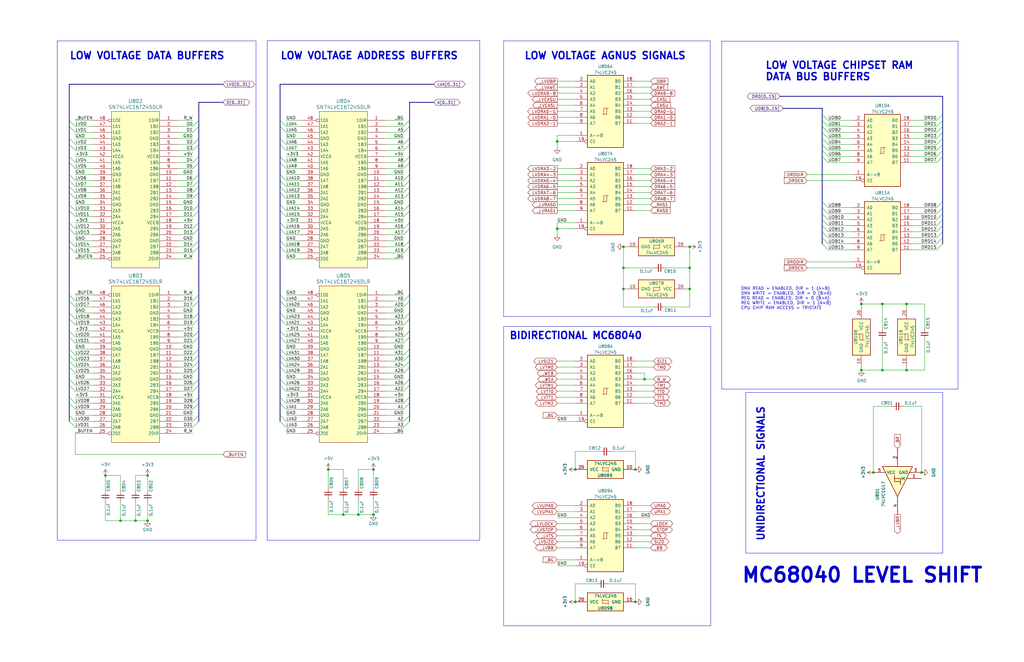
<source format=kicad_sch>
(kicad_sch (version 20231120) (generator "eeschema") (generator_version "8.0")
  (paper "B")
  (title_block (title "AMIGA PCI") (date "2024-07-31") (rev "4.0"))
  (junction (at 262.89 113.03))
  (junction (at 57.15 219.71))
  (junction (at 267.97 198.12))
  (junction (at 363.22 128.27))
  (junction (at 372.11 128.27))
  (junction (at 234.95 96.52))
  (junction (at 50.8 219.71))
  (junction (at 290.83 121.92))
  (junction (at 290.83 104.14))
  (junction (at 382.27 128.27))
  (junction (at 234.95 59.69))
  (junction (at 62.23 200.66))
  (junction (at 388.62 199.39))
  (junction (at 382.27 156.21))
  (junction (at 262.89 104.14))
  (junction (at 138.43 198.12))
  (junction (at 44.45 200.66))
  (junction (at 368.3 199.39))
  (junction (at 290.83 113.03))
  (junction (at 262.89 121.92))
  (junction (at 151.13 217.17))
  (junction (at 242.57 198.12))
  (junction (at 157.48 217.17))
  (junction (at 144.78 217.17))
  (junction (at 267.97 254))
  (junction (at 157.48 198.12))
  (junction (at 363.22 156.21))
  (junction (at 62.23 219.71))
  (junction (at 372.11 156.21))
  (junction (at 242.57 254))
  (junction (at 271.78 160.02))
  (bus_entry (at 120.65 129.54) (size -2.54 -2.54))
  (bus_entry (at 31.75 180.34) (size -2.54 -2.54))
  (bus_entry (at 349.25 87.63) (size -2.54 -2.54))
  (bus_entry (at 120.65 137.16) (size -2.54 -2.54))
  (bus_entry (at 81.28 60.96) (size 2.54 -2.54))
  (bus_entry (at 120.65 99.06) (size -2.54 -2.54))
  (bus_entry (at 120.65 96.52) (size -2.54 -2.54))
  (bus_entry (at 394.97 102.87) (size 2.54 -2.54))
  (bus_entry (at 81.28 88.9) (size 2.54 -2.54))
  (bus_entry (at 31.75 55.88) (size -2.54 -2.54))
  (bus_entry (at 31.75 91.44) (size -2.54 -2.54))
  (bus_entry (at 120.65 76.2) (size -2.54 -2.54))
  (bus_entry (at 170.18 96.52) (size 2.54 -2.54))
  (bus_entry (at 394.97 66.04) (size 2.54 -2.54))
  (bus_entry (at 394.97 68.58) (size 2.54 -2.54))
  (bus_entry (at 31.75 177.8) (size -2.54 -2.54))
  (bus_entry (at 349.25 66.04) (size -2.54 -2.54))
  (bus_entry (at 31.75 96.52) (size -2.54 -2.54))
  (bus_entry (at 81.28 91.44) (size 2.54 -2.54))
  (bus_entry (at 170.18 55.88) (size 2.54 -2.54))
  (bus_entry (at 81.28 76.2) (size 2.54 -2.54))
  (bus_entry (at 81.28 165.1) (size 2.54 -2.54))
  (bus_entry (at 170.18 170.18) (size 2.54 -2.54))
  (bus_entry (at 31.75 149.86) (size -2.54 -2.54))
  (bus_entry (at 170.18 63.5) (size 2.54 -2.54))
  (bus_entry (at 81.28 83.82) (size 2.54 -2.54))
  (bus_entry (at 31.75 162.56) (size -2.54 -2.54))
  (bus_entry (at 31.75 99.06) (size -2.54 -2.54))
  (bus_entry (at 31.75 127) (size -2.54 -2.54))
  (bus_entry (at 170.18 88.9) (size 2.54 -2.54))
  (bus_entry (at 31.75 157.48) (size -2.54 -2.54))
  (bus_entry (at 81.28 104.14) (size 2.54 -2.54))
  (bus_entry (at 349.25 60.96) (size -2.54 -2.54))
  (bus_entry (at 120.65 63.5) (size -2.54 -2.54))
  (bus_entry (at 394.97 58.42) (size 2.54 -2.54))
  (bus_entry (at 170.18 106.68) (size 2.54 -2.54))
  (bus_entry (at 81.28 172.72) (size 2.54 -2.54))
  (bus_entry (at 81.28 170.18) (size 2.54 -2.54))
  (bus_entry (at 81.28 71.12) (size 2.54 -2.54))
  (bus_entry (at 120.65 157.48) (size -2.54 -2.54))
  (bus_entry (at 31.75 76.2) (size -2.54 -2.54))
  (bus_entry (at 81.28 53.34) (size 2.54 -2.54))
  (bus_entry (at 81.28 154.94) (size 2.54 -2.54))
  (bus_entry (at 81.28 127) (size 2.54 -2.54))
  (bus_entry (at 120.65 170.18) (size -2.54 -2.54))
  (bus_entry (at 349.25 53.34) (size -2.54 -2.54))
  (bus_entry (at 394.97 95.25) (size 2.54 -2.54))
  (bus_entry (at 120.65 152.4) (size -2.54 -2.54))
  (bus_entry (at 31.75 104.14) (size -2.54 -2.54))
  (bus_entry (at 170.18 127) (size 2.54 -2.54))
  (bus_entry (at 31.75 144.78) (size -2.54 -2.54))
  (bus_entry (at 170.18 76.2) (size 2.54 -2.54))
  (bus_entry (at 81.28 162.56) (size 2.54 -2.54))
  (bus_entry (at 31.75 134.62) (size -2.54 -2.54))
  (bus_entry (at 349.25 55.88) (size -2.54 -2.54))
  (bus_entry (at 170.18 165.1) (size 2.54 -2.54))
  (bus_entry (at 120.65 127) (size -2.54 -2.54))
  (bus_entry (at 81.28 96.52) (size 2.54 -2.54))
  (bus_entry (at 120.65 60.96) (size -2.54 -2.54))
  (bus_entry (at 120.65 142.24) (size -2.54 -2.54))
  (bus_entry (at 120.65 180.34) (size -2.54 -2.54))
  (bus_entry (at 81.28 180.34) (size 2.54 -2.54))
  (bus_entry (at 394.97 50.8) (size 2.54 -2.54))
  (bus_entry (at 394.97 105.41) (size 2.54 -2.54))
  (bus_entry (at 31.75 81.28) (size -2.54 -2.54))
  (bus_entry (at 120.65 134.62) (size -2.54 -2.54))
  (bus_entry (at 81.28 137.16) (size 2.54 -2.54))
  (bus_entry (at 31.75 106.68) (size -2.54 -2.54))
  (bus_entry (at 31.75 165.1) (size -2.54 -2.54))
  (bus_entry (at 170.18 157.48) (size 2.54 -2.54))
  (bus_entry (at 120.65 78.74) (size -2.54 -2.54))
  (bus_entry (at 394.97 55.88) (size 2.54 -2.54))
  (bus_entry (at 81.28 99.06) (size 2.54 -2.54))
  (bus_entry (at 170.18 137.16) (size 2.54 -2.54))
  (bus_entry (at 31.75 129.54) (size -2.54 -2.54))
  (bus_entry (at 120.65 165.1) (size -2.54 -2.54))
  (bus_entry (at 31.75 154.94) (size -2.54 -2.54))
  (bus_entry (at 170.18 152.4) (size 2.54 -2.54))
  (bus_entry (at 170.18 144.78) (size 2.54 -2.54))
  (bus_entry (at 394.97 63.5) (size 2.54 -2.54))
  (bus_entry (at 120.65 81.28) (size -2.54 -2.54))
  (bus_entry (at 120.65 83.82) (size -2.54 -2.54))
  (bus_entry (at 120.65 172.72) (size -2.54 -2.54))
  (bus_entry (at 120.65 68.58) (size -2.54 -2.54))
  (bus_entry (at 170.18 142.24) (size 2.54 -2.54))
  (bus_entry (at 170.18 53.34) (size 2.54 -2.54))
  (bus_entry (at 120.65 149.86) (size -2.54 -2.54))
  (bus_entry (at 120.65 53.34) (size -2.54 -2.54))
  (bus_entry (at 81.28 142.24) (size 2.54 -2.54))
  (bus_entry (at 349.25 92.71) (size -2.54 -2.54))
  (bus_entry (at 170.18 149.86) (size 2.54 -2.54))
  (bus_entry (at 120.65 154.94) (size -2.54 -2.54))
  (bus_entry (at 31.75 78.74) (size -2.54 -2.54))
  (bus_entry (at 394.97 53.34) (size 2.54 -2.54))
  (bus_entry (at 31.75 83.82) (size -2.54 -2.54))
  (bus_entry (at 394.97 90.17) (size 2.54 -2.54))
  (bus_entry (at 170.18 172.72) (size 2.54 -2.54))
  (bus_entry (at 349.25 97.79) (size -2.54 -2.54))
  (bus_entry (at 31.75 172.72) (size -2.54 -2.54))
  (bus_entry (at 31.75 63.5) (size -2.54 -2.54))
  (bus_entry (at 81.28 177.8) (size 2.54 -2.54))
  (bus_entry (at 170.18 180.34) (size 2.54 -2.54))
  (bus_entry (at 170.18 162.56) (size 2.54 -2.54))
  (bus_entry (at 349.25 58.42) (size -2.54 -2.54))
  (bus_entry (at 170.18 81.28) (size 2.54 -2.54))
  (bus_entry (at 120.65 71.12) (size -2.54 -2.54))
  (bus_entry (at 170.18 68.58) (size 2.54 -2.54))
  (bus_entry (at 170.18 71.12) (size 2.54 -2.54))
  (bus_entry (at 349.25 95.25) (size -2.54 -2.54))
  (bus_entry (at 81.28 129.54) (size 2.54 -2.54))
  (bus_entry (at 81.28 157.48) (size 2.54 -2.54))
  (bus_entry (at 31.75 142.24) (size -2.54 -2.54))
  (bus_entry (at 394.97 92.71) (size 2.54 -2.54))
  (bus_entry (at 81.28 55.88) (size 2.54 -2.54))
  (bus_entry (at 31.75 53.34) (size -2.54 -2.54))
  (bus_entry (at 81.28 81.28) (size 2.54 -2.54))
  (bus_entry (at 170.18 129.54) (size 2.54 -2.54))
  (bus_entry (at 120.65 91.44) (size -2.54 -2.54))
  (bus_entry (at 31.75 170.18) (size -2.54 -2.54))
  (bus_entry (at 349.25 100.33) (size -2.54 -2.54))
  (bus_entry (at 394.97 100.33) (size 2.54 -2.54))
  (bus_entry (at 394.97 60.96) (size 2.54 -2.54))
  (bus_entry (at 120.65 162.56) (size -2.54 -2.54))
  (bus_entry (at 170.18 99.06) (size 2.54 -2.54))
  (bus_entry (at 349.25 90.17) (size -2.54 -2.54))
  (bus_entry (at 31.75 60.96) (size -2.54 -2.54))
  (bus_entry (at 170.18 60.96) (size 2.54 -2.54))
  (bus_entry (at 81.28 63.5) (size 2.54 -2.54))
  (bus_entry (at 170.18 134.62) (size 2.54 -2.54))
  (bus_entry (at 120.65 177.8) (size -2.54 -2.54))
  (bus_entry (at 170.18 91.44) (size 2.54 -2.54))
  (bus_entry (at 349.25 68.58) (size -2.54 -2.54))
  (bus_entry (at 170.18 78.74) (size 2.54 -2.54))
  (bus_entry (at 81.28 106.68) (size 2.54 -2.54))
  (bus_entry (at 120.65 144.78) (size -2.54 -2.54))
  (bus_entry (at 349.25 50.8) (size -2.54 -2.54))
  (bus_entry (at 120.65 104.14) (size -2.54 -2.54))
  (bus_entry (at 349.25 63.5) (size -2.54 -2.54))
  (bus_entry (at 349.25 102.87) (size -2.54 -2.54))
  (bus_entry (at 31.75 88.9) (size -2.54 -2.54))
  (bus_entry (at 31.75 71.12) (size -2.54 -2.54))
  (bus_entry (at 120.65 88.9) (size -2.54 -2.54))
  (bus_entry (at 120.65 55.88) (size -2.54 -2.54))
  (bus_entry (at 31.75 152.4) (size -2.54 -2.54))
  (bus_entry (at 31.75 137.16) (size -2.54 -2.54))
  (bus_entry (at 81.28 144.78) (size 2.54 -2.54))
  (bus_entry (at 81.28 68.58) (size 2.54 -2.54))
  (bus_entry (at 394.97 97.79) (size 2.54 -2.54))
  (bus_entry (at 349.25 105.41) (size -2.54 -2.54))
  (bus_entry (at 81.28 78.74) (size 2.54 -2.54))
  (bus_entry (at 81.28 152.4) (size 2.54 -2.54))
  (bus_entry (at 170.18 177.8) (size 2.54 -2.54))
  (bus_entry (at 81.28 134.62) (size 2.54 -2.54))
  (bus_entry (at 170.18 154.94) (size 2.54 -2.54))
  (bus_entry (at 394.97 87.63) (size 2.54 -2.54))
  (bus_entry (at 31.75 68.58) (size -2.54 -2.54))
  (bus_entry (at 120.65 106.68) (size -2.54 -2.54))
  (bus_entry (at 170.18 104.14) (size 2.54 -2.54))
  (bus_entry (at 81.28 149.86) (size 2.54 -2.54))
  (bus_entry (at 170.18 83.82) (size 2.54 -2.54))
  (wire (pts (xy 170.18 144.78) (xy 162.56 144.78)))
  (wire (pts (xy 127 167.64) (xy 120.65 167.64)))
  (wire (pts (xy 274.32 34.29) (xy 267.97 34.29)))
  (wire (pts (xy 39.37 147.32) (xy 31.75 147.32)))
  (wire (pts (xy 274.32 215.9) (xy 267.97 215.9)))
  (wire (pts (xy 144.78 198.12) (xy 144.78 205.74)))
  (wire (pts (xy 359.41 90.17) (xy 349.25 90.17)))
  (bus (pts (xy 83.82 68.58) (xy 83.82 66.04)))
  (wire (pts (xy 359.41 53.34) (xy 349.25 53.34)))
  (bus (pts (xy 83.82 154.94) (xy 83.82 152.4)))
  (wire (pts (xy 127 83.82) (xy 120.65 83.82)))
  (wire (pts (xy 290.83 121.92) (xy 289.56 121.92)))
  (wire (pts (xy 39.37 91.44) (xy 31.75 91.44)))
  (bus (pts (xy 397.51 63.5) (xy 397.51 66.04)))
  (bus (pts (xy 346.71 95.25) (xy 346.71 92.71)))
  (wire (pts (xy 242.57 71.12) (xy 234.95 71.12)))
  (wire (pts (xy 81.28 177.8) (xy 74.93 177.8)))
  (wire (pts (xy 363.22 156.21) (xy 372.11 156.21)))
  (wire (pts (xy 127 137.16) (xy 120.65 137.16)))
  (bus (pts (xy 83.82 177.8) (xy 83.82 175.26)))
  (wire (pts (xy 127 127) (xy 120.65 127)))
  (wire (pts (xy 359.41 76.2) (xy 340.36 76.2)))
  (wire (pts (xy 162.56 86.36) (xy 170.18 86.36)))
  (wire (pts (xy 127 124.46) (xy 120.65 124.46)))
  (bus (pts (xy 118.11 134.62) (xy 118.11 139.7)))
  (wire (pts (xy 170.18 137.16) (xy 162.56 137.16)))
  (bus (pts (xy 346.71 92.71) (xy 346.71 90.17)))
  (wire (pts (xy 151.13 210.82) (xy 151.13 217.17)))
  (wire (pts (xy 234.95 223.52) (xy 242.57 223.52)))
  (wire (pts (xy 127 144.78) (xy 120.65 144.78)))
  (bus (pts (xy 172.72 78.74) (xy 172.72 76.2)))
  (bus (pts (xy 83.82 81.28) (xy 83.82 78.74)))
  (wire (pts (xy 170.18 60.96) (xy 162.56 60.96)))
  (wire (pts (xy 170.18 63.5) (xy 162.56 63.5)))
  (bus (pts (xy 346.71 102.87) (xy 346.71 100.33)))
  (wire (pts (xy 127 101.6) (xy 120.65 101.6)))
  (bus (pts (xy 172.72 134.62) (xy 172.72 132.08)))
  (wire (pts (xy 138.43 205.74) (xy 138.43 198.12)))
  (bus (pts (xy 29.21 142.24) (xy 29.21 139.7)))
  (bus (pts (xy 83.82 162.56) (xy 83.82 160.02)))
  (wire (pts (xy 81.28 68.58) (xy 74.93 68.58)))
  (wire (pts (xy 162.56 66.04) (xy 170.18 66.04)))
  (wire (pts (xy 127 60.96) (xy 120.65 60.96)))
  (bus (pts (xy 29.21 53.34) (xy 29.21 50.8)))
  (wire (pts (xy 81.28 109.22) (xy 74.93 109.22)))
  (wire (pts (xy 39.37 99.06) (xy 31.75 99.06)))
  (wire (pts (xy 138.43 217.17) (xy 138.43 210.82)))
  (bus (pts (xy 29.21 170.18) (xy 29.21 167.64)))
  (wire (pts (xy 127 104.14) (xy 120.65 104.14)))
  (wire (pts (xy 57.15 200.66) (xy 62.23 200.66)))
  (wire (pts (xy 81.28 91.44) (xy 74.93 91.44)))
  (wire (pts (xy 170.18 99.06) (xy 162.56 99.06)))
  (wire (pts (xy 384.81 105.41) (xy 394.97 105.41)))
  (wire (pts (xy 170.18 53.34) (xy 162.56 53.34)))
  (wire (pts (xy 74.93 66.04) (xy 81.28 66.04)))
  (bus (pts (xy 346.71 55.88) (xy 346.71 53.34)))
  (bus (pts (xy 29.21 177.8) (xy 29.21 175.26)))
  (wire (pts (xy 274.32 81.28) (xy 267.97 81.28)))
  (wire (pts (xy 275.59 162.56) (xy 267.97 162.56)))
  (wire (pts (xy 127 142.24) (xy 120.65 142.24)))
  (bus (pts (xy 118.11 162.56) (xy 118.11 160.02)))
  (bus (pts (xy 118.11 81.28) (xy 118.11 86.36)))
  (wire (pts (xy 162.56 132.08) (xy 170.18 132.08)))
  (bus (pts (xy 118.11 73.66) (xy 118.11 68.58)))
  (bus (pts (xy 29.21 88.9) (xy 29.21 86.36)))
  (wire (pts (xy 157.48 217.17) (xy 151.13 217.17)))
  (bus (pts (xy 118.11 104.14) (xy 118.11 101.6)))
  (wire (pts (xy 359.41 63.5) (xy 349.25 63.5)))
  (bus (pts (xy 83.82 43.18) (xy 93.98 43.18)))
  (wire (pts (xy 39.37 144.78) (xy 31.75 144.78)))
  (bus (pts (xy 83.82 147.32) (xy 83.82 142.24)))
  (wire (pts (xy 170.18 83.82) (xy 162.56 83.82)))
  (wire (pts (xy 81.28 152.4) (xy 74.93 152.4)))
  (bus (pts (xy 83.82 60.96) (xy 83.82 58.42)))
  (wire (pts (xy 389.89 143.51) (xy 389.89 156.21)))
  (wire (pts (xy 39.37 134.62) (xy 31.75 134.62)))
  (wire (pts (xy 170.18 91.44) (xy 162.56 91.44)))
  (bus (pts (xy 346.71 90.17) (xy 346.71 87.63)))
  (wire (pts (xy 81.28 170.18) (xy 74.93 170.18)))
  (bus (pts (xy 118.11 88.9) (xy 118.11 93.98)))
  (wire (pts (xy 290.83 113.03) (xy 290.83 121.92)))
  (wire (pts (xy 359.41 55.88) (xy 349.25 55.88)))
  (wire (pts (xy 242.57 246.38) (xy 251.46 246.38)))
  (wire (pts (xy 127 165.1) (xy 120.65 165.1)))
  (bus (pts (xy 118.11 35.56) (xy 182.88 35.56)))
  (wire (pts (xy 74.93 58.42) (xy 81.28 58.42)))
  (wire (pts (xy 170.18 55.88) (xy 162.56 55.88)))
  (wire (pts (xy 384.81 87.63) (xy 394.97 87.63)))
  (wire (pts (xy 384.81 58.42) (xy 394.97 58.42)))
  (wire (pts (xy 127 76.2) (xy 120.65 76.2)))
  (wire (pts (xy 81.28 162.56) (xy 74.93 162.56)))
  (wire (pts (xy 242.57 88.9) (xy 234.95 88.9)))
  (wire (pts (xy 382.27 128.27) (xy 389.89 128.27)))
  (bus (pts (xy 83.82 170.18) (xy 83.82 167.64)))
  (wire (pts (xy 127 96.52) (xy 120.65 96.52)))
  (wire (pts (xy 81.28 88.9) (xy 74.93 88.9)))
  (bus (pts (xy 118.11 60.96) (xy 118.11 66.04)))
  (wire (pts (xy 39.37 101.6) (xy 31.75 101.6)))
  (bus (pts (xy 118.11 60.96) (xy 118.11 58.42)))
  (wire (pts (xy 170.18 172.72) (xy 162.56 172.72)))
  (bus (pts (xy 29.21 88.9) (xy 29.21 93.98)))
  (wire (pts (xy 39.37 137.16) (xy 31.75 137.16)))
  (wire (pts (xy 81.28 96.52) (xy 74.93 96.52)))
  (bus (pts (xy 172.72 142.24) (xy 172.72 139.7)))
  (wire (pts (xy 275.59 129.54) (xy 262.89 129.54)))
  (bus (pts (xy 83.82 50.8) (xy 83.82 43.18)))
  (wire (pts (xy 359.41 60.96) (xy 349.25 60.96)))
  (wire (pts (xy 274.32 88.9) (xy 267.97 88.9)))
  (wire (pts (xy 39.37 175.26) (xy 31.75 175.26)))
  (wire (pts (xy 242.57 190.5) (xy 252.73 190.5)))
  (wire (pts (xy 39.37 78.74) (xy 31.75 78.74)))
  (wire (pts (xy 127 88.9) (xy 120.65 88.9)))
  (wire (pts (xy 39.37 81.28) (xy 31.75 81.28)))
  (wire (pts (xy 234.95 228.6) (xy 242.57 228.6)))
  (wire (pts (xy 81.28 134.62) (xy 74.93 134.62)))
  (wire (pts (xy 81.28 142.24) (xy 74.93 142.24)))
  (wire (pts (xy 267.97 83.82) (xy 274.32 83.82)))
  (bus (pts (xy 346.71 53.34) (xy 346.71 50.8)))
  (bus (pts (xy 346.71 50.8) (xy 346.71 48.26)))
  (wire (pts (xy 170.18 71.12) (xy 162.56 71.12)))
  (wire (pts (xy 274.32 41.91) (xy 267.97 41.91)))
  (bus (pts (xy 172.72 124.46) (xy 172.72 104.14)))
  (bus (pts (xy 29.21 60.96) (xy 29.21 66.04)))
  (bus (pts (xy 29.21 162.56) (xy 29.21 167.64)))
  (wire (pts (xy 74.93 182.88) (xy 81.28 182.88)))
  (wire (pts (xy 81.28 172.72) (xy 74.93 172.72)))
  (wire (pts (xy 257.81 190.5) (xy 267.97 190.5)))
  (bus (pts (xy 172.72 53.34) (xy 172.72 50.8)))
  (bus (pts (xy 172.72 76.2) (xy 172.72 73.66)))
  (wire (pts (xy 127 55.88) (xy 120.65 55.88)))
  (wire (pts (xy 39.37 96.52) (xy 31.75 96.52)))
  (bus (pts (xy 397.51 55.88) (xy 397.51 58.42)))
  (wire (pts (xy 274.32 44.45) (xy 267.97 44.45)))
  (bus (pts (xy 29.21 127) (xy 29.21 124.46)))
  (wire (pts (xy 151.13 198.12) (xy 157.48 198.12)))
  (wire (pts (xy 262.89 104.14) (xy 262.89 113.03)))
  (wire (pts (xy 170.18 106.68) (xy 162.56 106.68)))
  (wire (pts (xy 267.97 198.12) (xy 267.97 190.5)))
  (bus (pts (xy 172.72 43.18) (xy 182.88 43.18)))
  (wire (pts (xy 267.97 39.37) (xy 274.32 39.37)))
  (bus (pts (xy 172.72 58.42) (xy 172.72 53.34)))
  (wire (pts (xy 262.89 113.03) (xy 262.89 121.92)))
  (bus (pts (xy 29.21 96.52) (xy 29.21 93.98)))
  (wire (pts (xy 372.11 128.27) (xy 382.27 128.27)))
  (bus (pts (xy 346.71 48.26) (xy 346.71 45.72)))
  (wire (pts (xy 81.28 60.96) (xy 74.93 60.96)))
  (bus (pts (xy 172.72 149.86) (xy 172.72 147.32)))
  (wire (pts (xy 74.93 50.8) (xy 81.28 50.8)))
  (bus (pts (xy 118.11 50.8) (xy 118.11 35.56)))
  (wire (pts (xy 81.28 144.78) (xy 74.93 144.78)))
  (wire (pts (xy 127 182.88) (xy 120.65 182.88)))
  (wire (pts (xy 57.15 212.09) (xy 57.15 219.71)))
  (wire (pts (xy 382.27 128.27) (xy 382.27 129.54)))
  (wire (pts (xy 359.41 50.8) (xy 349.25 50.8)))
  (wire (pts (xy 39.37 93.98) (xy 31.75 93.98)))
  (bus (pts (xy 172.72 127) (xy 172.72 124.46)))
  (wire (pts (xy 39.37 157.48) (xy 31.75 157.48)))
  (bus (pts (xy 83.82 73.66) (xy 83.82 68.58)))
  (wire (pts (xy 242.57 59.69) (xy 234.95 59.69)))
  (bus (pts (xy 83.82 66.04) (xy 83.82 60.96)))
  (bus (pts (xy 328.93 40.64) (xy 397.51 40.64)))
  (wire (pts (xy 157.48 205.74) (xy 157.48 198.12)))
  (bus (pts (xy 29.21 81.28) (xy 29.21 78.74)))
  (wire (pts (xy 127 154.94) (xy 120.65 154.94)))
  (wire (pts (xy 74.93 167.64) (xy 81.28 167.64)))
  (wire (pts (xy 127 63.5) (xy 120.65 63.5)))
  (wire (pts (xy 81.28 99.06) (xy 74.93 99.06)))
  (bus (pts (xy 172.72 132.08) (xy 172.72 127)))
  (wire (pts (xy 242.57 93.98) (xy 234.95 93.98)))
  (wire (pts (xy 74.93 147.32) (xy 81.28 147.32)))
  (bus (pts (xy 118.11 88.9) (xy 118.11 86.36)))
  (wire (pts (xy 127 175.26) (xy 120.65 175.26)))
  (wire (pts (xy 74.93 124.46) (xy 81.28 124.46)))
  (bus (pts (xy 397.51 87.63) (xy 397.51 90.17)))
  (wire (pts (xy 170.18 127) (xy 162.56 127)))
  (wire (pts (xy 234.95 83.82) (xy 242.57 83.82)))
  (wire (pts (xy 384.81 66.04) (xy 394.97 66.04)))
  (bus (pts (xy 346.71 63.5) (xy 346.71 60.96)))
  (wire (pts (xy 170.18 81.28) (xy 162.56 81.28)))
  (bus (pts (xy 397.51 53.34) (xy 397.51 55.88)))
  (wire (pts (xy 39.37 124.46) (xy 31.75 124.46)))
  (wire (pts (xy 39.37 68.58) (xy 31.75 68.58)))
  (bus (pts (xy 29.21 81.28) (xy 29.21 86.36)))
  (wire (pts (xy 50.8 212.09) (xy 50.8 219.71)))
  (wire (pts (xy 234.95 59.69) (xy 234.95 62.23)))
  (wire (pts (xy 234.95 96.52) (xy 234.95 99.06)))
  (wire (pts (xy 234.95 215.9) (xy 242.57 215.9)))
  (wire (pts (xy 234.95 165.1) (xy 242.57 165.1)))
  (bus (pts (xy 172.72 96.52) (xy 172.72 93.98)))
  (bus (pts (xy 29.21 104.14) (xy 29.21 101.6)))
  (wire (pts (xy 359.41 95.25) (xy 349.25 95.25)))
  (wire (pts (xy 127 93.98) (xy 120.65 93.98)))
  (wire (pts (xy 274.32 73.66) (xy 267.97 73.66)))
  (bus (pts (xy 118.11 162.56) (xy 118.11 167.64)))
  (bus (pts (xy 172.72 101.6) (xy 172.72 96.52)))
  (bus (pts (xy 172.72 104.14) (xy 172.72 101.6)))
  (bus (pts (xy 172.72 167.64) (xy 172.72 162.56)))
  (wire (pts (xy 127 180.34) (xy 120.65 180.34)))
  (bus (pts (xy 172.72 139.7) (xy 172.72 134.62)))
  (wire (pts (xy 39.37 167.64) (xy 31.75 167.64)))
  (wire (pts (xy 274.32 71.12) (xy 267.97 71.12)))
  (wire (pts (xy 242.57 34.29) (xy 234.95 34.29)))
  (wire (pts (xy 384.81 55.88) (xy 394.97 55.88)))
  (wire (pts (xy 127 149.86) (xy 120.65 149.86)))
  (wire (pts (xy 127 86.36) (xy 120.65 86.36)))
  (wire (pts (xy 242.57 44.45) (xy 234.95 44.45)))
  (bus (pts (xy 83.82 86.36) (xy 83.82 81.28)))
  (bus (pts (xy 83.82 127) (xy 83.82 124.46)))
  (wire (pts (xy 39.37 149.86) (xy 31.75 149.86)))
  (bus (pts (xy 29.21 68.58) (xy 29.21 66.04)))
  (wire (pts (xy 384.81 97.79) (xy 394.97 97.79)))
  (bus (pts (xy 118.11 134.62) (xy 118.11 132.08)))
  (wire (pts (xy 359.41 87.63) (xy 349.25 87.63)))
  (wire (pts (xy 162.56 139.7) (xy 170.18 139.7)))
  (wire (pts (xy 242.57 154.94) (xy 234.95 154.94)))
  (bus (pts (xy 118.11 154.94) (xy 118.11 152.4)))
  (wire (pts (xy 162.56 167.64) (xy 170.18 167.64)))
  (wire (pts (xy 170.18 157.48) (xy 162.56 157.48)))
  (wire (pts (xy 127 129.54) (xy 120.65 129.54)))
  (bus (pts (xy 172.72 68.58) (xy 172.72 66.04)))
  (wire (pts (xy 144.78 217.17) (xy 138.43 217.17)))
  (bus (pts (xy 83.82 58.42) (xy 83.82 53.34)))
  (wire (pts (xy 81.28 63.5) (xy 74.93 63.5)))
  (bus (pts (xy 83.82 142.24) (xy 83.82 139.7)))
  (wire (pts (xy 81.28 104.14) (xy 74.93 104.14)))
  (bus (pts (xy 118.11 124.46) (xy 118.11 104.14)))
  (wire (pts (xy 39.37 83.82) (xy 31.75 83.82)))
  (bus (pts (xy 83.82 76.2) (xy 83.82 73.66)))
  (wire (pts (xy 39.37 152.4) (xy 31.75 152.4)))
  (wire (pts (xy 267.97 157.48) (xy 271.78 157.48)))
  (bus (pts (xy 29.21 154.94) (xy 29.21 160.02)))
  (bus (pts (xy 83.82 175.26) (xy 83.82 170.18)))
  (wire (pts (xy 359.41 102.87) (xy 349.25 102.87)))
  (wire (pts (xy 274.32 213.36) (xy 267.97 213.36)))
  (wire (pts (xy 170.18 76.2) (xy 162.56 76.2)))
  (wire (pts (xy 170.18 104.14) (xy 162.56 104.14)))
  (wire (pts (xy 62.23 207.01) (xy 62.23 200.66)))
  (bus (pts (xy 172.72 170.18) (xy 172.72 167.64)))
  (bus (pts (xy 397.51 92.71) (xy 397.51 95.25)))
  (wire (pts (xy 290.83 113.03) (xy 280.67 113.03)))
  (wire (pts (xy 267.97 46.99) (xy 274.32 46.99)))
  (wire (pts (xy 127 160.02) (xy 120.65 160.02)))
  (wire (pts (xy 39.37 55.88) (xy 31.75 55.88)))
  (wire (pts (xy 81.28 53.34) (xy 74.93 53.34)))
  (wire (pts (xy 242.57 162.56) (xy 234.95 162.56)))
  (wire (pts (xy 242.57 236.22) (xy 234.95 236.22)))
  (wire (pts (xy 363.22 128.27) (xy 372.11 128.27)))
  (wire (pts (xy 157.48 217.17) (xy 157.48 210.82)))
  (wire (pts (xy 39.37 86.36) (xy 31.75 86.36)))
  (bus (pts (xy 29.21 147.32) (xy 29.21 142.24)))
  (bus (pts (xy 397.51 60.96) (xy 397.51 63.5)))
  (wire (pts (xy 388.62 171.45) (xy 381 171.45)))
  (wire (pts (xy 267.97 254) (xy 267.97 246.38)))
  (wire (pts (xy 39.37 165.1) (xy 31.75 165.1)))
  (wire (pts (xy 359.41 66.04) (xy 349.25 66.04)))
  (wire (pts (xy 274.32 223.52) (xy 267.97 223.52)))
  (wire (pts (xy 81.28 127) (xy 74.93 127)))
  (wire (pts (xy 234.95 220.98) (xy 242.57 220.98)))
  (wire (pts (xy 39.37 160.02) (xy 31.75 160.02)))
  (bus (pts (xy 172.72 93.98) (xy 172.72 88.9)))
  (wire (pts (xy 384.81 53.34) (xy 394.97 53.34)))
  (wire (pts (xy 363.22 156.21) (xy 363.22 154.94)))
  (wire (pts (xy 127 152.4) (xy 120.65 152.4)))
  (wire (pts (xy 127 177.8) (xy 120.65 177.8)))
  (wire (pts (xy 39.37 104.14) (xy 31.75 104.14)))
  (wire (pts (xy 384.81 63.5) (xy 394.97 63.5)))
  (wire (pts (xy 162.56 147.32) (xy 170.18 147.32)))
  (bus (pts (xy 118.11 96.52) (xy 118.11 93.98)))
  (bus (pts (xy 83.82 96.52) (xy 83.82 93.98)))
  (wire (pts (xy 264.16 121.92) (xy 262.89 121.92)))
  (wire (pts (xy 162.56 109.22) (xy 170.18 109.22)))
  (wire (pts (xy 384.81 92.71) (xy 394.97 92.71)))
  (bus (pts (xy 29.21 35.56) (xy 93.98 35.56)))
  (wire (pts (xy 170.18 88.9) (xy 162.56 88.9)))
  (wire (pts (xy 81.28 76.2) (xy 74.93 76.2)))
  (wire (pts (xy 234.95 39.37) (xy 242.57 39.37)))
  (wire (pts (xy 162.56 175.26) (xy 170.18 175.26)))
  (bus (pts (xy 397.51 90.17) (xy 397.51 92.71)))
  (wire (pts (xy 170.18 129.54) (xy 162.56 129.54)))
  (wire (pts (xy 242.57 170.18) (xy 234.95 170.18)))
  (wire (pts (xy 290.83 104.14) (xy 289.56 104.14)))
  (wire (pts (xy 39.37 106.68) (xy 31.75 106.68)))
  (wire (pts (xy 242.57 41.91) (xy 234.95 41.91)))
  (wire (pts (xy 242.57 177.8) (xy 234.95 177.8)))
  (bus (pts (xy 29.21 149.86) (xy 29.21 147.32)))
  (wire (pts (xy 359.41 100.33) (xy 349.25 100.33)))
  (wire (pts (xy 57.15 219.71) (xy 50.8 219.71)))
  (wire (pts (xy 242.57 167.64) (xy 234.95 167.64)))
  (wire (pts (xy 375.92 171.45) (xy 368.3 171.45)))
  (bus (pts (xy 397.51 95.25) (xy 397.51 97.79)))
  (bus (pts (xy 346.71 97.79) (xy 346.71 95.25)))
  (wire (pts (xy 74.93 101.6) (xy 81.28 101.6)))
  (wire (pts (xy 242.57 81.28) (xy 234.95 81.28)))
  (wire (pts (xy 31.75 182.88) (xy 31.75 191.77)))
  (wire (pts (xy 39.37 71.12) (xy 31.75 71.12)))
  (wire (pts (xy 127 50.8) (xy 120.65 50.8)))
  (wire (pts (xy 359.41 92.71) (xy 349.25 92.71)))
  (wire (pts (xy 144.78 210.82) (xy 144.78 217.17)))
  (wire (pts (xy 234.95 46.99) (xy 242.57 46.99)))
  (bus (pts (xy 397.51 66.04) (xy 397.51 85.09)))
  (wire (pts (xy 382.27 156.21) (xy 389.89 156.21)))
  (wire (pts (xy 170.18 162.56) (xy 162.56 162.56)))
  (wire (pts (xy 151.13 217.17) (xy 144.78 217.17)))
  (wire (pts (xy 170.18 134.62) (xy 162.56 134.62)))
  (wire (pts (xy 384.81 68.58) (xy 394.97 68.58)))
  (bus (pts (xy 118.11 68.58) (xy 118.11 66.04)))
  (bus (pts (xy 172.72 88.9) (xy 172.72 86.36)))
  (wire (pts (xy 39.37 109.22) (xy 31.75 109.22)))
  (bus (pts (xy 118.11 127) (xy 118.11 124.46)))
  (wire (pts (xy 162.56 124.46) (xy 170.18 124.46)))
  (wire (pts (xy 274.32 36.83) (xy 267.97 36.83)))
  (wire (pts (xy 127 99.06) (xy 120.65 99.06)))
  (bus (pts (xy 118.11 149.86) (xy 118.11 147.32)))
  (wire (pts (xy 151.13 198.12) (xy 151.13 205.74)))
  (wire (pts (xy 267.97 76.2) (xy 274.32 76.2)))
  (wire (pts (xy 127 68.58) (xy 120.65 68.58)))
  (bus (pts (xy 172.72 147.32) (xy 172.72 142.24)))
  (wire (pts (xy 127 134.62) (xy 120.65 134.62)))
  (bus (pts (xy 83.82 53.34) (xy 83.82 50.8)))
  (bus (pts (xy 83.82 101.6) (xy 83.82 96.52)))
  (wire (pts (xy 127 132.08) (xy 120.65 132.08)))
  (wire (pts (xy 74.93 73.66) (xy 81.28 73.66)))
  (wire (pts (xy 74.93 93.98) (xy 81.28 93.98)))
  (wire (pts (xy 44.45 200.66) (xy 50.8 200.66)))
  (wire (pts (xy 359.41 73.66) (xy 340.36 73.66)))
  (wire (pts (xy 74.93 160.02) (xy 81.28 160.02)))
  (bus (pts (xy 172.72 73.66) (xy 172.72 68.58)))
  (wire (pts (xy 162.56 160.02) (xy 170.18 160.02)))
  (wire (pts (xy 39.37 88.9) (xy 31.75 88.9)))
  (wire (pts (xy 39.37 58.42) (xy 31.75 58.42)))
  (bus (pts (xy 29.21 78.74) (xy 29.21 76.2)))
  (wire (pts (xy 242.57 73.66) (xy 234.95 73.66)))
  (wire (pts (xy 275.59 154.94) (xy 267.97 154.94)))
  (wire (pts (xy 242.57 49.53) (xy 234.95 49.53)))
  (wire (pts (xy 62.23 219.71) (xy 62.23 212.09)))
  (wire (pts (xy 39.37 139.7) (xy 31.75 139.7)))
  (bus (pts (xy 83.82 78.74) (xy 83.82 76.2)))
  (wire (pts (xy 81.28 55.88) (xy 74.93 55.88)))
  (wire (pts (xy 267.97 218.44) (xy 274.32 218.44)))
  (wire (pts (xy 372.11 156.21) (xy 382.27 156.21)))
  (wire (pts (xy 275.59 160.02) (xy 271.78 160.02)))
  (bus (pts (xy 397.51 97.79) (xy 397.51 100.33)))
  (wire (pts (xy 242.57 226.06) (xy 234.95 226.06)))
  (wire (pts (xy 170.18 78.74) (xy 162.56 78.74)))
  (wire (pts (xy 384.81 50.8) (xy 394.97 50.8)))
  (wire (pts (xy 275.59 170.18) (xy 267.97 170.18)))
  (wire (pts (xy 274.32 231.14) (xy 267.97 231.14)))
  (wire (pts (xy 242.57 36.83) (xy 234.95 36.83)))
  (bus (pts (xy 29.21 76.2) (xy 29.21 73.66)))
  (wire (pts (xy 127 91.44) (xy 120.65 91.44)))
  (wire (pts (xy 170.18 68.58) (xy 162.56 68.58)))
  (bus (pts (xy 118.11 177.8) (xy 118.11 175.26)))
  (bus (pts (xy 346.71 85.09) (xy 346.71 66.04)))
  (wire (pts (xy 256.54 246.38) (xy 267.97 246.38)))
  (wire (pts (xy 290.83 121.92) (xy 290.83 129.54)))
  (wire (pts (xy 81.28 165.1) (xy 74.93 165.1)))
  (wire (pts (xy 127 162.56) (xy 120.65 162.56)))
  (bus (pts (xy 118.11 53.34) (xy 118.11 58.42)))
  (wire (pts (xy 39.37 170.18) (xy 31.75 170.18)))
  (bus (pts (xy 172.72 50.8) (xy 172.72 43.18)))
  (wire (pts (xy 81.28 154.94) (xy 74.93 154.94)))
  (wire (pts (xy 262.89 121.92) (xy 262.89 129.54)))
  (bus (pts (xy 330.2 45.72) (xy 346.71 45.72)))
  (wire (pts (xy 50.8 219.71) (xy 44.45 219.71)))
  (wire (pts (xy 39.37 63.5) (xy 31.75 63.5)))
  (bus (pts (xy 118.11 127) (xy 118.11 132.08)))
  (bus (pts (xy 172.72 160.02) (xy 172.72 154.94)))
  (wire (pts (xy 127 66.04) (xy 120.65 66.04)))
  (wire (pts (xy 242.57 152.4) (xy 234.95 152.4)))
  (bus (pts (xy 172.72 86.36) (xy 172.72 81.28)))
  (bus (pts (xy 29.21 170.18) (xy 29.21 175.26)))
  (bus (pts (xy 29.21 162.56) (xy 29.21 160.02)))
  (bus (pts (xy 29.21 154.94) (xy 29.21 152.4)))
  (wire (pts (xy 39.37 177.8) (xy 31.75 177.8)))
  (wire (pts (xy 81.28 157.48) (xy 74.93 157.48)))
  (wire (pts (xy 372.11 143.51) (xy 372.11 156.21)))
  (wire (pts (xy 384.81 90.17) (xy 394.97 90.17)))
  (wire (pts (xy 359.41 58.42) (xy 349.25 58.42)))
  (wire (pts (xy 39.37 172.72) (xy 31.75 172.72)))
  (bus (pts (xy 397.51 58.42) (xy 397.51 60.96)))
  (wire (pts (xy 39.37 162.56) (xy 31.75 162.56)))
  (bus (pts (xy 29.21 152.4) (xy 29.21 149.86)))
  (wire (pts (xy 39.37 154.94) (xy 31.75 154.94)))
  (wire (pts (xy 127 147.32) (xy 120.65 147.32)))
  (wire (pts (xy 127 172.72) (xy 120.65 172.72)))
  (wire (pts (xy 363.22 128.27) (xy 363.22 129.54)))
  (wire (pts (xy 127 71.12) (xy 120.65 71.12)))
  (wire (pts (xy 280.67 129.54) (xy 290.83 129.54)))
  (wire (pts (xy 170.18 177.8) (xy 162.56 177.8)))
  (wire (pts (xy 384.81 95.25) (xy 394.97 95.25)))
  (bus (pts (xy 29.21 134.62) (xy 29.21 139.7)))
  (wire (pts (xy 234.95 57.15) (xy 234.95 59.69)))
  (wire (pts (xy 242.57 57.15) (xy 234.95 57.15)))
  (wire (pts (xy 81.28 129.54) (xy 74.93 129.54)))
  (wire (pts (xy 242.57 52.07) (xy 234.95 52.07)))
  (wire (pts (xy 170.18 154.94) (xy 162.56 154.94)))
  (bus (pts (xy 83.82 93.98) (xy 83.82 88.9)))
  (wire (pts (xy 162.56 73.66) (xy 170.18 73.66)))
  (wire (pts (xy 127 157.48) (xy 120.65 157.48)))
  (wire (pts (xy 384.81 60.96) (xy 394.97 60.96)))
  (wire (pts (xy 242.57 175.26) (xy 234.95 175.26)))
  (bus (pts (xy 118.11 81.28) (xy 118.11 78.74)))
  (bus (pts (xy 29.21 96.52) (xy 29.21 101.6)))
  (wire (pts (xy 274.32 228.6) (xy 267.97 228.6)))
  (bus (pts (xy 118.11 78.74) (xy 118.11 76.2)))
  (bus (pts (xy 172.72 81.28) (xy 172.72 78.74)))
  (bus (pts (xy 83.82 134.62) (xy 83.82 132.08)))
  (wire (pts (xy 39.37 127) (xy 31.75 127)))
  (bus (pts (xy 83.82 104.14) (xy 83.82 101.6)))
  (wire (pts (xy 274.32 52.07) (xy 267.97 52.07)))
  (wire (pts (xy 39.37 142.24) (xy 31.75 142.24)))
  (bus (pts (xy 83.82 149.86) (xy 83.82 147.32)))
  (wire (pts (xy 162.56 93.98) (xy 170.18 93.98)))
  (wire (pts (xy 81.28 106.68) (xy 74.93 106.68)))
  (bus (pts (xy 29.21 53.34) (xy 29.21 58.42)))
  (wire (pts (xy 271.78 157.48) (xy 271.78 160.02)))
  (wire (pts (xy 81.28 149.86) (xy 74.93 149.86)))
  (wire (pts (xy 242.57 86.36) (xy 234.95 86.36)))
  (bus (pts (xy 29.21 73.66) (xy 29.21 68.58)))
  (wire (pts (xy 359.41 97.79) (xy 349.25 97.79)))
  (wire (pts (xy 74.93 132.08) (xy 81.28 132.08)))
  (wire (pts (xy 39.37 53.34) (xy 31.75 53.34)))
  (wire (pts (xy 170.18 152.4) (xy 162.56 152.4)))
  (wire (pts (xy 127 139.7) (xy 120.65 139.7)))
  (wire (pts (xy 170.18 165.1) (xy 162.56 165.1)))
  (bus (pts (xy 118.11 170.18) (xy 118.11 175.26)))
  (wire (pts (xy 242.57 198.12) (xy 242.57 190.5)))
  (bus (pts (xy 83.82 167.64) (xy 83.82 162.56)))
  (wire (pts (xy 127 106.68) (xy 120.65 106.68)))
  (wire (pts (xy 170.18 180.34) (xy 162.56 180.34)))
  (wire (pts (xy 81.28 71.12) (xy 74.93 71.12)))
  (bus (pts (xy 397.51 48.26) (xy 397.51 50.8)))
  (bus (pts (xy 118.11 142.24) (xy 118.11 139.7)))
  (wire (pts (xy 39.37 73.66) (xy 31.75 73.66)))
  (bus (pts (xy 83.82 88.9) (xy 83.82 86.36)))
  (wire (pts (xy 81.28 78.74) (xy 74.93 78.74)))
  (wire (pts (xy 170.18 142.24) (xy 162.56 142.24)))
  (wire (pts (xy 81.28 81.28) (xy 74.93 81.28)))
  (wire (pts (xy 271.78 160.02) (xy 267.97 160.02)))
  (wire (pts (xy 127 109.22) (xy 120.65 109.22)))
  (bus (pts (xy 172.72 175.26) (xy 172.72 170.18)))
  (bus (pts (xy 83.82 152.4) (xy 83.82 149.86)))
  (wire (pts (xy 39.37 132.08) (xy 31.75 132.08)))
  (wire (pts (xy 234.95 238.76) (xy 242.57 238.76)))
  (wire (pts (xy 359.41 110.49) (xy 340.36 110.49)))
  (wire (pts (xy 62.23 219.71) (xy 57.15 219.71)))
  (wire (pts (xy 262.89 104.14) (xy 264.16 104.14)))
  (bus (pts (xy 118.11 96.52) (xy 118.11 101.6)))
  (wire (pts (xy 234.95 231.14) (xy 242.57 231.14)))
  (wire (pts (xy 382.27 154.94) (xy 382.27 156.21)))
  (bus (pts (xy 397.51 40.64) (xy 397.51 48.26)))
  (wire (pts (xy 170.18 182.88) (xy 162.56 182.88)))
  (bus (pts (xy 29.21 60.96) (xy 29.21 58.42)))
  (bus (pts (xy 346.71 60.96) (xy 346.71 58.42)))
  (bus (pts (xy 172.72 152.4) (xy 172.72 149.86)))
  (wire (pts (xy 44.45 207.01) (xy 44.45 200.66)))
  (bus (pts (xy 83.82 124.46) (xy 83.82 104.14)))
  (wire (pts (xy 127 73.66) (xy 120.65 73.66)))
  (wire (pts (xy 290.83 104.14) (xy 290.83 113.03)))
  (bus (pts (xy 172.72 177.8) (xy 172.72 175.26)))
  (wire (pts (xy 275.59 167.64) (xy 267.97 167.64)))
  (bus (pts (xy 172.72 162.56) (xy 172.72 160.02)))
  (bus (pts (xy 118.11 154.94) (xy 118.11 160.02)))
  (wire (pts (xy 81.28 83.82) (xy 74.93 83.82)))
  (wire (pts (xy 127 170.18) (xy 120.65 170.18)))
  (bus (pts (xy 29.21 50.8) (xy 29.21 35.56)))
  (bus (pts (xy 172.72 154.94) (xy 172.72 152.4)))
  (wire (pts (xy 275.59 152.4) (xy 267.97 152.4)))
  (wire (pts (xy 359.41 113.03) (xy 340.36 113.03)))
  (wire (pts (xy 74.93 86.36) (xy 81.28 86.36)))
  (bus (pts (xy 397.51 85.09) (xy 397.51 87.63)))
  (wire (pts (xy 274.32 78.74) (xy 267.97 78.74)))
  (wire (pts (xy 162.56 101.6) (xy 170.18 101.6)))
  (wire (pts (xy 359.41 68.58) (xy 349.25 68.58)))
  (wire (pts (xy 39.37 66.04) (xy 31.75 66.04)))
  (bus (pts (xy 118.11 53.34) (xy 118.11 50.8)))
  (wire (pts (xy 170.18 96.52) (xy 162.56 96.52)))
  (wire (pts (xy 274.32 86.36) (xy 267.97 86.36)))
  (bus (pts (xy 172.72 66.04) (xy 172.72 60.96)))
  (wire (pts (xy 274.32 49.53) (xy 267.97 49.53)))
  (wire (pts (xy 39.37 182.88) (xy 31.75 182.88)))
  (wire (pts (xy 368.3 171.45) (xy 368.3 199.39)))
  (wire (pts (xy 39.37 180.34) (xy 31.75 180.34)))
  (bus (pts (xy 83.82 160.02) (xy 83.82 154.94)))
  (wire (pts (xy 44.45 219.71) (xy 44.45 212.09)))
  (wire (pts (xy 274.32 220.98) (xy 267.97 220.98)))
  (wire (pts (xy 234.95 213.36) (xy 242.57 213.36)))
  (wire (pts (xy 170.18 170.18) (xy 162.56 170.18)))
  (wire (pts (xy 234.95 93.98) (xy 234.95 96.52)))
  (wire (pts (xy 127 53.34) (xy 120.65 53.34)))
  (wire (pts (xy 234.95 157.48) (xy 242.57 157.48)))
  (wire (pts (xy 162.56 58.42) (xy 170.18 58.42)))
  (bus (pts (xy 397.51 100.33) (xy 397.51 102.87)))
  (bus (pts (xy 29.21 127) (xy 29.21 132.08)))
  (wire (pts (xy 31.75 191.77) (xy 93.98 191.77)))
  (wire (pts (xy 234.95 76.2) (xy 242.57 76.2)))
  (bus (pts (xy 118.11 170.18) (xy 118.11 167.64)))
  (bus (pts (xy 397.51 50.8) (xy 397.51 53.34)))
  (bus (pts (xy 172.72 60.96) (xy 172.72 58.42)))
  (wire (pts (xy 275.59 113.03) (xy 262.89 113.03)))
  (wire (pts (xy 74.93 139.7) (xy 81.28 139.7)))
  (wire (pts (xy 50.8 200.66) (xy 50.8 207.01)))
  (bus (pts (xy 83.82 139.7) (xy 83.82 134.62)))
  (wire (pts (xy 39.37 129.54) (xy 31.75 129.54)))
  (bus (pts (xy 346.71 87.63) (xy 346.71 85.09)))
  (wire (pts (xy 127 78.74) (xy 120.65 78.74)))
  (bus (pts (xy 118.11 152.4) (xy 118.11 149.86)))
  (wire (pts (xy 359.41 105.41) (xy 349.25 105.41)))
  (wire (pts (xy 57.15 200.66) (xy 57.15 207.01)))
  (wire (pts (xy 242.57 78.74) (xy 234.95 78.74)))
  (bus (pts (xy 83.82 132.08) (xy 83.82 127)))
  (wire (pts (xy 242.57 160.02) (xy 234.95 160.02)))
  (wire (pts (xy 127 81.28) (xy 120.65 81.28)))
  (bus (pts (xy 29.21 134.62) (xy 29.21 132.08)))
  (wire (pts (xy 389.89 138.43) (xy 389.89 128.27)))
  (wire (pts (xy 372.11 128.27) (xy 372.11 138.43)))
  (bus (pts (xy 346.71 58.42) (xy 346.71 55.88)))
  (wire (pts (xy 127 58.42) (xy 120.65 58.42)))
  (wire (pts (xy 267.97 165.1) (xy 275.59 165.1)))
  (wire (pts (xy 242.57 218.44) (xy 234.95 218.44)))
  (wire (pts (xy 74.93 175.26) (xy 81.28 175.26)))
  (bus (pts (xy 29.21 124.46) (xy 29.21 104.14)))
  (wire (pts (xy 138.43 198.12) (xy 144.78 198.12)))
  (wire (pts (xy 81.28 180.34) (xy 74.93 180.34)))
  (bus (pts (xy 118.11 76.2) (xy 118.11 73.66)))
  (wire (pts (xy 242.57 96.52) (xy 234.95 96.52)))
  (wire (pts (xy 39.37 50.8) (xy 31.75 50.8)))
  (bus (pts (xy 118.11 147.32) (xy 118.11 142.24)))
  (bus (pts (xy 346.71 66.04) (xy 346.71 63.5)))
  (wire (pts (xy 384.81 102.87) (xy 394.97 102.87)))
  (wire (pts (xy 388.62 199.39) (xy 388.62 171.45)))
  (wire (pts (xy 81.28 137.16) (xy 74.93 137.16)))
  (wire (pts (xy 162.56 50.8) (xy 170.18 50.8)))
  (wire (pts (xy 242.57 254) (xy 242.57 246.38)))
  (wire (pts (xy 170.18 149.86) (xy 162.56 149.86)))
  (bus (pts (xy 346.71 100.33) (xy 346.71 97.79)))
  (wire (pts (xy 267.97 226.06) (xy 274.32 226.06)))
  (wire (pts (xy 39.37 76.2) (xy 31.75 76.2)))
  (wire (pts (xy 39.37 60.96) (xy 31.75 60.96)))
  (wire (pts (xy 384.81 100.33) (xy 394.97 100.33)))
  (rectangle (start 212.344 137.795) (end 299.72 264.033))
  (rectangle (start 314.452 165.608) (end 397.51 233.426))
  (rectangle (start 212.344 17.272) (end 299.466 133.604))
  (rectangle (start 304.292 17.399) (end 403.987 164.211))
  (rectangle (start 112.649 17.145) (end 202.311 227.965))
  (rectangle (start 24.13 17.272) (end 107.95 227.965))
  (text "LOW VOLTAGE CHIPSET RAM\nDATA BUS BUFFERS" (at 322.58 34.29 0) (effects (font (size 3 3) (thickness 0.6) (bold yes)) (justify left bottom)))
  (text "BIDIRECTIONAL MC68040" (at 214.63 143.51 0) (effects (font (size 3 3) (thickness 0.6) (bold yes)) (justify left bottom)))
  (text "UNIDIRECTIONAL SIGNALS" (at 322.58 228.6 90) (effects (font (size 3 3) (thickness 0.6) (bold yes)) (justify left bottom)))
  (text "LOW VOLTAGE DATA BUFFERS" (at 29.21 25.4 0) (effects (font (size 3 3) (thickness 0.6) (bold yes)) (justify left bottom)))
  (text "LOW VOLTAGE AGNUS SIGNALS" (at 220.98 25.4 0) (effects (font (size 3 3) (thickness 0.6) (bold yes)) (justify left bottom)))
  (text "DMA READ = ENABLED, DIR = 1 (A>B)\nDMA WRITE = ENABLED, DIR = 0 (B>A)\nREG READ = ENABLED, DIR = 0 (B>A)\nREG WRITE = ENABLED, DIR = 1 (A>B)\nCPU CHIP RAM ACCESS = TRISTATE" (at 312.42 130.81 0) (effects (font (size 1.27 1.27)) (justify left bottom)))
  (text "MC68040 LEVEL SHIFT" (at 312.42 246.38 0) (effects (font (size 6 6) (bold yes)) (justify left bottom)))
  (text "LOW VOLTAGE ADDRESS BUFFERS" (at 118.11 25.4 0) (effects (font (size 3 3) (thickness 0.6) (bold yes)) (justify left bottom)))
  (label "D17" (at 81.28 129.54 180))
  (label "LVD14" (at 31.75 104.14 0))
  (label "A20" (at 170.18 129.54 180))
  (label "UDB2" (at 349.25 55.88 0) (effects (font (size 1.2954 1.2954))))
  (label "+5V" (at 170.18 167.64 180))
  (label "LVA22" (at 120.65 165.1 0))
  (label "LVA2" (at 120.65 177.8 0))
  (label "LVD2" (at 31.75 60.96 0))
  (label "LVD3" (at 31.75 63.5 0))
  (label "GND" (at 81.28 73.66 180))
  (label "A5" (at 170.18 55.88 180))
  (label "GND" (at 120.65 124.46 0))
  (label "A19" (at 170.18 106.68 180))
  (label "D31" (at 81.28 180.34 180))
  (label "_BUFEN" (at 31.75 109.22 0))
  (label "D21" (at 81.28 144.78 180))
  (label "_BG" (at 170.18 50.8 180))
  (label "D20" (at 81.28 142.24 180))
  (label "LVD13" (at 31.75 99.06 0))
  (label "D18" (at 81.28 134.62 180))
  (label "D25" (at 81.28 157.48 180))
  (label "LVA18" (at 120.65 104.14 0))
  (label "GND" (at 170.18 160.02 180))
  (label "GND" (at 81.28 175.26 180))
  (label "A4" (at 170.18 53.34 180))
  (label "GND" (at 170.18 58.42 180))
  (label "A29" (at 170.18 157.48 180))
  (label "LVD4" (at 31.75 68.58 0))
  (label "D10" (at 81.28 88.9 180))
  (label "UDB4" (at 349.25 60.96 0) (effects (font (size 1.2954 1.2954))))
  (label "LVD21" (at 31.75 144.78 0))
  (label "LVD15" (at 31.75 106.68 0))
  (label "A10" (at 170.18 76.2 180))
  (label "LVD9" (at 31.75 83.82 0))
  (label "LVA31" (at 120.65 149.86 0))
  (label "LVD30" (at 31.75 177.8 0))
  (label "LVD7" (at 31.75 78.74 0))
  (label "GND" (at 120.65 132.08 0))
  (label "D23" (at 81.28 152.4 180))
  (label "LVA9" (at 120.65 71.12 0))
  (label "D28" (at 81.28 170.18 180))
  (label "UDB1" (at 349.25 53.34 0) (effects (font (size 1.2954 1.2954))))
  (label "LVD22" (at 31.75 149.86 0))
  (label "+5V" (at 170.18 139.7 180))
  (label "GND" (at 120.65 109.22 0))
  (label "GND" (at 234.95 238.76 0))
  (label "LVA27" (at 120.65 144.78 0))
  (label "A9" (at 170.18 71.12 180))
  (label "LVA11" (at 120.65 78.74 0))
  (label "GND" (at 31.75 175.26 0))
  (label "GND" (at 120.65 147.32 0))
  (label "+3V3" (at 31.75 167.64 0))
  (label "D3" (at 81.28 63.5 180))
  (label "A6" (at 170.18 60.96 180))
  (label "D0" (at 81.28 53.34 180))
  (label "LVA16" (at 120.65 96.52 0))
  (label "+5V" (at 170.18 93.98 180))
  (label "A23" (at 170.18 134.62 180))
  (label "LVA0" (at 120.65 127 0))
  (label "LVA17" (at 120.65 99.06 0))
  (label "LVA20" (at 120.65 129.54 0))
  (label "GND" (at 120.65 175.26 0))
  (label "UDB9" (at 349.25 90.17 0) (effects (font (size 1.2954 1.2954))))
  (label "GND" (at 81.28 58.42 180))
  (label "A18" (at 170.18 104.14 180))
  (label "A0" (at 170.18 127 180))
  (label "_BG" (at 170.18 109.22 180))
  (label "+3V3" (at 120.65 93.98 0))
  (label "D14" (at 81.28 104.14 180))
  (label "GND" (at 170.18 147.32 180))
  (label "LVA26" (at 120.65 162.56 0))
  (label "LVA5" (at 120.65 55.88 0))
  (label "D29" (at 81.28 172.72 180))
  (label "GND" (at 81.28 101.6 180))
  (label "GND" (at 120.65 73.66 0))
  (label "DRD8" (at 394.97 87.63 180) (effects (font (size 1.2954 1.2954))))
  (label "+3V3" (at 120.65 66.04 0))
  (label "UDB14" (at 349.25 102.87 0) (effects (font (size 1.2954 1.2954))))
  (label "UDB12" (at 349.25 97.79 0) (effects (font (size 1.2954 1.2954))))
  (label "LVD31" (at 31.75 180.34 0))
  (label "LVD23" (at 31.75 152.4 0))
  (label "D6" (at 81.28 76.2 180))
  (label "GND" (at 120.65 182.88 0))
  (label "LVA24" (at 120.65 154.94 0))
  (label "GND" (at 120.65 101.6 0))
  (label "D26" (at 81.28 162.56 180))
  (label "LVD6" (at 31.75 76.2 0))
  (label "LVA25" (at 120.65 142.24 0))
  (label "D11" (at 81.28 91.44 180))
  (label "UDB5" (at 349.25 63.5 0) (effects (font (size 1.2954 1.2954))))
  (label "DRD6" (at 394.97 66.04 180) (effects (font (size 1.2954 1.2954))))
  (label "LVD17" (at 31.75 129.54 0))
  (label "UDB15" (at 349.25 105.41 0) (effects (font (size 1.2954 1.2954))))
  (label "LVD20" (at 31.75 142.24 0))
  (label "A30" (at 170.18 152.4 180))
  (label "GND" (at 234.95 177.8 0))
  (label "LVD1" (at 31.75 55.88 0))
  (label "DRD4" (at 394.97 60.96 180) (effects (font (size 1.2954 1.2954))))
  (label "D15" (at 81.28 106.68 180))
  (label "A15" (at 170.18 91.44 180))
  (label "LVD0" (at 31.75 53.34 0))
  (label "LVA30" (at 120.65 152.4 0))
  (label "+3V3" (at 31.75 66.04 0))
  (label "LVD25" (at 31.75 157.48 0))
  (label "D24" (at 81.28 154.94 180))
  (label "A2" (at 170.18 177.8 180))
  (label "DRD10" (at 394.97 92.71 180) (effects (font (size 1.2954 1.2954))))
  (label "A22" (at 170.18 165.1 180))
  (label "+3V3" (at 31.75 93.98 0))
  (label "LVA4" (at 120.65 53.34 0))
  (label "A8" (at 170.18 68.58 180))
  (label "D5" (at 81.28 71.12 180))
  (label "GND" (at 31.75 58.42 0))
  (label "A3" (at 170.18 180.34 180))
  (label "GND" (at 120.65 86.36 0))
  (label "+5V" (at 81.28 139.7 180))
  (label "DRD1" (at 394.97 53.34 180) (effects (font (size 1.2954 1.2954))))
  (label "DRD5" (at 394.97 63.5 180) (effects (font (size 1.2954 1.2954))))
  (label "A31" (at 170.18 149.86 180))
  (label "LVD28" (at 31.75 170.18 0))
  (label "A26" (at 170.18 162.56 180))
  (label "D1" (at 81.28 55.88 180))
  (label "LVD8" (at 31.75 81.28 0))
  (label "DRD3" (at 394.97 58.42 180) (effects (font (size 1.2954 1.2954))))
  (label "LVD29" (at 31.75 172.72 0))
  (label "LVD24" (at 31.75 154.94 0))
  (label "GND" (at 234.95 93.98 0))
  (label "+5V" (at 170.18 66.04 180))
  (label "D30" (at 81.28 177.8 180))
  (label "GND" (at 170.18 175.26 180))
  (label "DRD0" (at 394.97 50.8 180) (effects (font (size 1.2954 1.2954))))
  (label "LVA6" (at 120.65 60.96 0))
  (label "GND" (at 120.65 50.8 0))
  (label "LVA23" (at 120.65 134.62 0))
  (label "LVA1" (at 120.65 172.72 0))
  (label "D16" (at 81.28 127 180))
  (label "A21" (at 170.18 137.16 180))
  (label "UDB7" (at 349.25 68.58 0) (effects (font (size 1.2954 1.2954))))
  (label "D9" (at 81.28 83.82 180))
  (label "LVD16" (at 31.75 127 0))
  (label "LVD27" (at 31.75 165.1 0))
  (label "LVD10" (at 31.75 88.9 0))
  (label "UDB13" (at 349.25 100.33 0) (effects (font (size 1.2954 1.2954))))
  (label "GND" (at 81.28 86.36 180))
  (label "_BG" (at 170.18 124.46 180))
  (label "A7" (at 170.18 63.5 180))
  (label "R_W" (at 81.28 182.88 180))
  (label "LVD26" (at 31.75 162.56 0))
  (label "A14" (at 170.18 88.9 180))
  (label "D22" (at 81.28 149.86 180))
  (label "A11" (at 170.18 78.74 180))
  (label "LVD18" (at 31.75 134.62 0))
  (label "GND" (at 170.18 86.36 180))
  (label "A27" (at 170.18 144.78 180))
  (label "LVA3" (at 120.65 180.34 0))
  (label "R_W" (at 81.28 124.46 180))
  (label "GND" (at 170.18 132.08 180))
  (label "GND" (at 274.32 218.44 180))
  (label "UDB10" (at 349.25 92.71 0) (effects (font (size 1.2954 1.2954))))
  (label "GND" (at 170.18 101.6 180))
  (label "A13" (at 170.18 83.82 180))
  (label "DRD13" (at 394.97 100.33 180) (effects (font (size 1.2954 1.2954))))
  (label "A28" (at 170.18 170.18 180))
  (label "DRD11" (at 394.97 95.25 180) (effects (font (size 1.2954 1.2954))))
  (label "LVD12" (at 31.75 96.52 0))
  (label "_BUFEN" (at 31.75 124.46 0))
  (label "+5V" (at 81.28 93.98 180))
  (label "D4" (at 81.28 68.58 180))
  (label "+3V3" (at 120.65 167.64 0))
  (label "+3V3" (at 31.75 139.7 0))
  (label "_BG" (at 170.18 182.88 180))
  (label "LVA15" (at 120.65 91.44 0))
  (label "GND" (at 81.28 147.32 180))
  (label "GND" (at 234.95 218.44 0))
  (label "LVD5" (at 31.75 71.12 0))
  (label "R_W" (at 81.28 109.22 180))
  (label "UDB3" (at 349.25 58.42 0) (effects (font (size 1.2954 1.2954))))
  (label "D19" (at 81.28 137.16 180))
  (label "A16" (at 170.18 96.52 180))
  (label "DRD7" (at 394.97 68.58 180) (effects (font (size 1.2954 1.2954))))
  (label "GND" (at 120.65 58.42 0))
  (label "GND" (at 31.75 160.02 0))
  (label "D27" (at 81.28 165.1 180))
  (label "_BUFEN" (at 31.75 50.8 0))
  (label "A25" (at 170.18 142.24 180))
  (label "LVA19" (at 120.65 106.68 0))
  (label "LVA7" (at 120.65 63.5 0))
  (label "A1" (at 170.18 172.72 180))
  (label "DRD2" (at 394.97 55.88 180) (effects (font (size 1.2954 1.2954))))
  (label "GND" (at 31.75 147.32 0))
  (label "UDB8" (at 349.25 87.63 0) (effects (font (size 1.2954 1.2954))))
  (label "A17" (at 170.18 99.06 180))
  (label "LVA12" (at 120.65 81.28 0))
  (label "UDB11" (at 349.25 95.25 0) (effects (font (size 1.2954 1.2954))))
  (label "D8" (at 81.28 81.28 180))
  (label "LVD11" (at 31.75 91.44 0))
  (label "GND" (at 31.75 73.66 0))
  (label "DRD14" (at 394.97 102.87 180) (effects (font (size 1.2954 1.2954))))
  (label "LVA14" (at 120.65 88.9 0))
  (label "LVA29" (at 120.65 157.48 0))
  (label "LVA13" (at 120.65 83.82 0))
  (label "LVA8" (at 120.65 68.58 0))
  (label "GND" (at 31.75 101.6 0))
  (label "R_W" (at 81.28 50.8 180))
  (label "D2" (at 81.28 60.96 180))
  (label "GND" (at 170.18 73.66 180))
  (label "A24" (at 170.18 154.94 180))
  (label "GND" (at 81.28 132.08 180))
  (label "D7" (at 81.28 78.74 180))
  (label "DRD15" (at 394.97 105.41 180) (effects (font (size 1.2954 1.2954))))
  (label "D13" (at 81.28 99.06 180))
  (label "GND" (at 31.75 86.36 0))
  (label "+5V" (at 81.28 66.04 180))
  (label "D12" (at 81.28 96.52 180))
  (label "DRD9" (at 394.97 90.17 180) (effects (font (size 1.2954 1.2954))))
  (label "LVA10" (at 120.65 76.2 0))
  (label "GND" (at 120.65 160.02 0))
  (label "DRD12" (at 394.97 97.79 180) (effects (font (size 1.2954 1.2954))))
  (label "+5V" (at 81.28 167.64 180))
  (label "A12" (at 170.18 81.28 180))
  (label "LVD19" (at 31.75 137.16 0))
  (label "GND" (at 31.75 132.08 0))
  (label "_BUFEN" (at 31.75 182.88 0))
  (label "UDB0" (at 349.25 50.8 0) (effects (font (size 1.2954 1.2954))))
  (label "UDB6" (at 349.25 66.04 0) (effects (font (size 1.2954 1.2954))))
  (label "+3V3" (at 120.65 139.7 0))
  (label "LVA28" (at 120.65 170.18 0))
  (label "LVA21" (at 120.65 137.16 0))
  (label "GND" (at 81.28 160.02 180))
  (global_label "LVD[0..31]" (shape bidirectional) (at 93.98 35.56 0) (property "Intersheetrefs" "${INTERSHEET_REFS}" (at 93.98 33.02 0) (effects (justify left))))
  (global_label "DRA6-5" (shape input) (at 274.32 78.74 0) (effects (font (size 1.2954 1.2954))) (property "Intersheetrefs" "${INTERSHEET_REFS}" (at 285.0557 78.74 0) (effects (justify left))))
  (global_label "_WEB" (shape bidirectional) (at 234.95 157.48 180) (property "Intersheetrefs" "${INTERSHEET_REFS}" (at 226.06 157.353 0) (effects (justify right))))
  (global_label "DRA2-1" (shape input) (at 274.32 52.07 0) (effects (font (size 1.2954 1.2954))) (property "Intersheetrefs" "${INTERSHEET_REFS}" (at 285.0557 52.07 0) (effects (justify left))))
  (global_label "_LVAWE" (shape output) (at 234.95 36.83 180) (effects (font (size 1.2954 1.2954))) (property "Intersheetrefs" "${INTERSHEET_REFS}" (at 224.9968 36.83 0) (effects (justify right))))
  (global_label "_LVRAS1" (shape output) (at 234.95 88.9 180) (effects (font (size 1.2954 1.2954))) (property "Intersheetrefs" "${INTERSHEET_REFS}" (at 223.8865 88.9 0) (effects (justify right))))
  (global_label "DRA3-2" (shape input) (at 274.32 71.12 0) (effects (font (size 1.2954 1.2954))) (property "Intersheetrefs" "${INTERSHEET_REFS}" (at 285.0557 71.12 0) (effects (justify left))))
  (global_label "LVSIZ1" (shape bidirectional) (at 234.95 152.4 180) (property "Intersheetrefs" "${INTERSHEET_REFS}" (at 224.5035 152.4 0) (effects (justify right))))
  (global_label "LVDRA5-4" (shape output) (at 234.95 76.2 180) (effects (font (size 1.2954 1.2954))) (property "Intersheetrefs" "${INTERSHEET_REFS}" (at 221.9743 76.2 0) (effects (justify right))))
  (global_label "A[0..31]" (shape bidirectional) (at 182.88 43.18 0) (property "Intersheetrefs" "${INTERSHEET_REFS}" (at 182.88 40.64 0) (effects (justify left))))
  (global_label "_CASL" (shape input) (at 274.32 41.91 0) (effects (font (size 1.2954 1.2954))) (property "Intersheetrefs" "${INTERSHEET_REFS}" (at 283.0395 41.91 0) (effects (justify left))))
  (global_label "LVTM1" (shape bidirectional) (at 234.95 162.56 180) (property "Intersheetrefs" "${INTERSHEET_REFS}" (at 225.1083 162.56 0) (effects (justify right))))
  (global_label "_LVSTOP" (shape bidirectional) (at 234.95 223.52 180) (property "Intersheetrefs" "${INTERSHEET_REFS}" (at 222.9916 223.52 0) (effects (justify right))))
  (global_label "LVDRA1-0" (shape output) (at 234.95 49.53 180) (effects (font (size 1.2954 1.2954))) (property "Intersheetrefs" "${INTERSHEET_REFS}" (at 221.9743 49.53 0) (effects (justify right))))
  (global_label "LVDRA3-2" (shape output) (at 234.95 71.12 180) (effects (font (size 1.2954 1.2954))) (property "Intersheetrefs" "${INTERSHEET_REFS}" (at 221.9743 71.12 0) (effects (justify right))))
  (global_label "LVDRA6-5" (shape output) (at 234.95 78.74 180) (effects (font (size 1.2954 1.2954))) (property "Intersheetrefs" "${INTERSHEET_REFS}" (at 221.9743 78.74 0) (effects (justify right))))
  (global_label "DRA9-8" (shape input) (at 274.32 39.37 0) (effects (font (size 1.2954 1.2954))) (property "Intersheetrefs" "${INTERSHEET_REFS}" (at 285.1367 39.37 0) (effects (justify left))))
  (global_label "UPA1" (shape bidirectional) (at 274.32 215.9 0) (property "Intersheetrefs" "${INTERSHEET_REFS}" (at 283.3151 215.9 0) (effects (justify left))))
  (global_label "LVTM0" (shape bidirectional) (at 234.95 154.94 180) (property "Intersheetrefs" "${INTERSHEET_REFS}" (at 225.1083 154.94 0) (effects (justify right))))
  (global_label "_TS" (shape bidirectional) (at 274.32 226.06 0) (property "Intersheetrefs" "${INTERSHEET_REFS}" (at 281.5612 226.06 0) (effects (justify left))))
  (global_label "_LVLOCK" (shape bidirectional) (at 234.95 220.98 180) (property "Intersheetrefs" "${INTERSHEET_REFS}" (at 222.8706 220.98 0) (effects (justify right))))
  (global_label "TT0" (shape bidirectional) (at 275.59 165.1 0) (property "Intersheetrefs" "${INTERSHEET_REFS}" (at 282.8312 165.1 0) (effects (justify left))))
  (global_label "TT1" (shape bidirectional) (at 275.59 167.64 0) (property "Intersheetrefs" "${INTERSHEET_REFS}" (at 282.8312 167.64 0) (effects (justify left))))
  (global_label "LVA[0..31]" (shape bidirectional) (at 182.88 35.56 0) (property "Intersheetrefs" "${INTERSHEET_REFS}" (at 182.88 33.02 0) (effects (justify left))))
  (global_label "_LVCASU" (shape output) (at 234.95 41.91 180) (effects (font (size 1.2954 1.2954))) (property "Intersheetrefs" "${INTERSHEET_REFS}" (at 223.7631 41.91 0) (effects (justify right))))
  (global_label "DRA4-3" (shape input) (at 274.32 73.66 0) (effects (font (size 1.2954 1.2954))) (property "Intersheetrefs" "${INTERSHEET_REFS}" (at 285.0557 73.66 0) (effects (justify left))))
  (global_label "LVUPA0" (shape bidirectional) (at 234.95 213.36 180) (property "Intersheetrefs" "${INTERSHEET_REFS}" (at 223.8382 213.36 0) (effects (justify right))))
  (global_label "_RAS1" (shape input) (at 274.32 86.36 0) (effects (font (size 1.2954 1.2954))) (property "Intersheetrefs" "${INTERSHEET_REFS}" (at 283.2245 86.36 0) (effects (justify left))))
  (global_label "DRA0-G" (shape input) (at 274.32 46.99 0) (effects (font (size 1.2954 1.2954))) (property "Intersheetrefs" "${INTERSHEET_REFS}" (at 285.1174 46.99 0) (effects (justify left))))
  (global_label "LVDRA4-3" (shape output) (at 234.95 73.66 180) (effects (font (size 1.2954 1.2954))) (property "Intersheetrefs" "${INTERSHEET_REFS}" (at 221.9743 73.66 0) (effects (justify right))))
  (global_label "LVTT0" (shape bidirectional) (at 234.95 165.1 180) (property "Intersheetrefs" "${INTERSHEET_REFS}" (at 225.5921 165.1 0) (effects (justify right))))
  (global_label "_LVDBR" (shape output) (at 234.95 34.29 180) (effects (font (size 1.2954 1.2954))) (property "Intersheetrefs" "${INTERSHEET_REFS}" (at 224.8734 34.29 0) (effects (justify right))))
  (global_label "_STOP" (shape bidirectional) (at 274.32 223.52 0) (property "Intersheetrefs" "${INTERSHEET_REFS}" (at 284.1617 223.52 0) (effects (justify left))))
  (global_label "_LVRAS0" (shape output) (at 234.95 86.36 180) (effects (font (size 1.2954 1.2954))) (property "Intersheetrefs" "${INTERSHEET_REFS}" (at 223.8865 86.36 0) (effects (justify right))))
  (global_label "UPA0" (shape bidirectional) (at 274.32 213.36 0) (property "Intersheetrefs" "${INTERSHEET_REFS}" (at 283.3151 213.36 0) (effects (justify left))))
  (global_label "DRA1-0" (shape input) (at 274.32 49.53 0) (effects (font (size 1.2954 1.2954))) (property "Intersheetrefs" "${INTERSHEET_REFS}" (at 285.0557 49.53 0) (effects (justify left))))
  (global_label "_CASU" (shape input) (at 274.32 44.45 0) (effects (font (size 1.2954 1.2954))) (property "Intersheetrefs" "${INTERSHEET_REFS}" (at 283.3479 44.45 0) (effects (justify left))))
  (global_label "TM0" (shape bidirectional) (at 275.59 154.94 0) (property "Intersheetrefs" "${INTERSHEET_REFS}" (at 283.315 154.94 0) (effects (justify left))))
  (global_label "DRDDIR" (shape input) (at 340.36 73.66 180) (property "Intersheetrefs" "${INTERSHEET_REFS}" (at 330.4994 73.66 0) (effects (justify right))))
  (global_label "UDB[0..15]" (shape bidirectional) (at 330.2 45.72 180) (property "Intersheetrefs" "${INTERSHEET_REFS}" (at 315.7809 45.72 0) (effects (justify right))))
  (global_label "SIZ1" (shape bidirectional) (at 275.59 152.4 0) (property "Intersheetrefs" "${INTERSHEET_REFS}" (at 283.9198 152.4 0) (effects (justify left))))
  (global_label "DRD[0..15]" (shape bidirectional) (at 328.93 40.64 180) (property "Intersheetrefs" "${INTERSHEET_REFS}" (at 314.5714 40.64 0) (effects (justify right))))
  (global_label "TM2" (shape bidirectional) (at 275.59 170.18 0) (property "Intersheetrefs" "${INTERSHEET_REFS}" (at 283.315 170.18 0) (effects (justify left))))
  (global_label "_LOCK" (shape bidirectional) (at 274.32 220.98 0) (property "Intersheetrefs" "${INTERSHEET_REFS}" (at 284.2827 220.98 0) (effects (justify left))))
  (global_label "LVUPA1" (shape bidirectional) (at 234.95 215.9 180) (property "Intersheetrefs" "${INTERSHEET_REFS}" (at 223.8382 215.9 0) (effects (justify right))))
  (global_label "D[0..31]" (shape bidirectional) (at 93.98 43.18 0) (property "Intersheetrefs" "${INTERSHEET_REFS}" (at 88.646 40.64 0) (effects (justify left))))
  (global_label "_DBR" (shape input) (at 274.32 34.29 0) (effects (font (size 1.2954 1.2954))) (property "Intersheetrefs" "${INTERSHEET_REFS}" (at 282.2376 34.29 0) (effects (justify left))))
  (global_label "_RAS0" (shape input) (at 274.32 88.9 0) (effects (font (size 1.2954 1.2954))) (property "Intersheetrefs" "${INTERSHEET_REFS}" (at 283.2245 88.9 0) (effects (justify left))))
  (global_label "TM1" (shape bidirectional) (at 275.59 162.56 0) (property "Intersheetrefs" "${INTERSHEET_REFS}" (at 283.315 162.56 0) (effects (justify left))))
  (global_label "DRA7-6" (shape input) (at 274.32 81.28 0) (effects (font (size 1.2954 1.2954))) (property "Intersheetrefs" "${INTERSHEET_REFS}" (at 285.0557 81.28 0) (effects (justify left))))
  (global_label "_LVBB" (shape bidirectional) (at 234.95 231.14 180) (property "Intersheetrefs" "${INTERSHEET_REFS}" (at 225.2292 231.14 0) (effects (justify right))))
  (global_label "_BG" (shape input) (at 234.95 175.26 180) (property "Intersheetrefs" "${INTERSHEET_REFS}" (at 228.4572 175.26 0) (effects (justify right))))
  (global_label "_LVCASL" (shape output) (at 234.95 44.45 180) (effects (font (size 1.2954 1.2954))) (property "Intersheetrefs" "${INTERSHEET_REFS}" (at 224.0715 44.45 0) (effects (justify right))))
  (global_label "DRA5-4" (shape input) (at 274.32 76.2 0) (effects (font (size 1.2954 1.2954))) (property "Intersheetrefs" "${INTERSHEET_REFS}" (at 285.0557 76.2 0) (effects (justify left))))
  (global_label "LVDRA0-G" (shape output) (at 234.95 46.99 180) (effects (font (size 1.2954 1.2954))) (property "Intersheetrefs" "${INTERSHEET_REFS}" (at 221.9126 46.99 0) (effects (justify right))))
  (global_label "SIZ0" (shape bidirectional) (at 274.32 228.6 0) (property "Intersheetrefs" "${INTERSHEET_REFS}" (at 282.6498 228.6 0) (effects (justify left))))
  (global_label "DRDDIR" (shape input) (at 340.36 110.49 180) (property "Intersheetrefs" "${INTERSHEET_REFS}" (at 330.4994 110.49 0) (effects (justify right))))
  (global_label "_BUFEN" (shape input) (at 93.98 191.77 0) (property "Intersheetrefs" "${INTERSHEET_REFS}" (at 104.1014 191.77 0) (effects (justify left))))
  (global_label "_AWE" (shape input) (at 274.32 36.83 0) (effects (font (size 1.2954 1.2954))) (property "Intersheetrefs" "${INTERSHEET_REFS}" (at 282.1142 36.83 0) (effects (justify left))))
  (global_label "LVSIZ0" (shape bidirectional) (at 234.95 228.6 180) (property "Intersheetrefs" "${INTERSHEET_REFS}" (at 224.5035 228.6 0) (effects (justify right))))
  (global_label "_DRDEN" (shape input) (at 340.36 113.03 180) (property "Intersheetrefs" "${INTERSHEET_REFS}" (at 330.1971 113.03 0) (effects (justify right))))
  (global_label "LVTT1" (shape bidirectional) (at 234.95 167.64 180) (property "Intersheetrefs" "${INTERSHEET_REFS}" (at 225.5921 167.64 0) (effects (justify right))))
  (global_label "LVDRA7-6" (shape output) (at 234.95 81.28 180) (effects (font (size 1.2954 1.2954))) (property "Intersheetrefs" "${INTERSHEET_REFS}" (at 221.9743 81.28 0) (effects (justify right))))
  (global_label "R_W" (shape bidirectional) (at 275.59 160.02 0) (property "Intersheetrefs" "${INTERSHEET_REFS}" (at 281.813 160.02 0) (effects (justify left))))
  (global_label "LVTM2" (shape bidirectional) (at 234.95 170.18 180) (property "Intersheetrefs" "${INTERSHEET_REFS}" (at 225.1083 170.18 0) (effects (justify right))))
  (global_label "_DRDEN" (shape input) (at 340.36 76.2 180) (property "Intersheetrefs" "${INTERSHEET_REFS}" (at 330.1971 76.2 0) (effects (justify right))))
  (global_label "LVDRA8-7" (shape output) (at 234.95 83.82 180) (effects (font (size 1.2954 1.2954))) (property "Intersheetrefs" "${INTERSHEET_REFS}" (at 221.9743 83.82 0) (effects (justify right))))
  (global_label "LVDRA9-8" (shape output) (at 234.95 39.37 180) (effects (font (size 1.2954 1.2954))) (property "Intersheetrefs" "${INTERSHEET_REFS}" (at 221.9743 39.37 0) (effects (justify right))))
  (global_label "_BG" (shape input) (at 234.95 236.22 180) (property "Intersheetrefs" "${INTERSHEET_REFS}" (at 228.4572 236.22 0) (effects (justify right))))
  (global_label "_WEA" (shape bidirectional) (at 234.95 160.02 180) (property "Intersheetrefs" "${INTERSHEET_REFS}" (at 226.06 159.893 0) (effects (justify right))))
  (global_label "LVDRA2-1" (shape output) (at 234.95 52.07 180) (effects (font (size 1.2954 1.2954))) (property "Intersheetrefs" "${INTERSHEET_REFS}" (at 221.9743 52.07 0) (effects (justify right))))
  (global_label "_LVBR" (shape output) (at 378.46 217.17 270) (property "Intersheetrefs" "${INTERSHEET_REFS}" (at 378.46 225.7795 90) (effects (justify right))))
  (global_label "DRA8-7" (shape input) (at 274.32 83.82 0) (effects (font (size 1.2954 1.2954))) (property "Intersheetrefs" "${INTERSHEET_REFS}" (at 285.0557 83.82 0) (effects (justify left))))
  (global_label "_BR" (shape input) (at 378.46 189.23 90) (property "Intersheetrefs" "${INTERSHEET_REFS}" (at 378.46 182.7372 90) (effects (justify left))))
  (global_label "_LVTS" (shape bidirectional) (at 234.95 226.06 180) (property "Intersheetrefs" "${INTERSHEET_REFS}" (at 225.5921 226.06 0) (effects (justify right))))
  (global_label "_BB" (shape bidirectional) (at 274.32 231.14 0) (property "Intersheetrefs" "${INTERSHEET_REFS}" (at 281.9241 231.14 0) (effects (justify left))))
  (symbol (lib_id "Device:C_Small") (at 62.23 209.55 0) (unit 1)
    (property "Reference" "C802" (at 63.627 207.645 90) (effects (justify left)))
    (property "Value" "0.1uF" (at 63.627 217.932 90) (effects (justify left)))
    (property "Footprint" "Capacitor_SMD:C_0603_1608Metric" (effects (hide yes)))
  )
  (symbol (lib_id "power:GND") (at 267.97 254 90) (mirror x) (unit 1)
    (property "Reference" "#PWR0268" (effects (hide yes)))
    (property "Value" "GND" (at 273.177 254 0))
  )
  (symbol (lib_id "power:GND") (at 62.23 219.71 0) (unit 1)
    (property "Reference" "#PWR0255" (effects (hide yes)))
    (property "Value" "GND" (at 62.23 223.52 0))
  )
  (symbol (lib_id "Device:C_Small") (at 50.8 209.55 0) (unit 1)
    (property "Reference" "C804" (at 52.197 207.645 90) (effects (justify left)))
    (property "Value" "0.1uF" (at 52.197 217.932 90) (effects (justify left)))
    (property "Footprint" "Capacitor_SMD:C_0603_1608Metric" (effects (hide yes)))
  )
  (symbol (lib_id "AmigaPCI-Symbols:74LVC245") (at 255.27 226.06 0) (unit 1)
    (property "Reference" "U809" (at 255.27 207.1202 0))
    (property "Value" "74LVC245" (at 255.27 209.6571 0))
    (property "Footprint" "Package_SO:TSSOP-20_4.4x6.5mm_P0.65mm" (effects (hide yes)))
    (property "Datasheet" "http://www.ti.com/lit/gpn/sn74LS245" (effects (hide yes)))
  )
  (symbol (lib_id "Device:C_Small") (at 254 246.38 90) (unit 1)
    (property "Reference" "C813" (at 252.095 244.983 90) (effects (justify left)))
    (property "Value" "0.1uF" (at 262.382 244.983 90) (effects (justify left)))
    (property "Footprint" "Capacitor_SMD:C_0603_1608Metric" (effects (hide yes)))
  )
  (symbol (lib_id "power:+3V3") (at 363.22 128.27 0) (unit 1)
    (property "Reference" "#PWR021" (effects (hide yes)))
    (property "Value" "+3V3" (at 363.22 123.952 0))
  )
  (symbol (lib_id "AmigaPCI-Symbols:74LVC245") (at 382.27 142.24 0) (mirror y) (unit 2)
    (property "Reference" "U811" (at 379.857 142.24 90))
    (property "Value" "74LVC245" (at 384.81 142.113 90))
    (property "Footprint" "Package_SO:TSSOP-20_4.4x6.5mm_P0.65mm" (effects (hide yes)))
    (property "Datasheet" "http://www.ti.com/lit/gpn/sn74LS245" (effects (hide yes)))
  )
  (symbol (lib_id "AmigaPCI-Symbols:74LVC245") (at 255.27 198.12 90) (unit 2)
    (property "Reference" "U808" (at 255.143 200.66 90))
    (property "Value" "74LVC245" (at 255.27 195.58 90))
    (property "Footprint" "Package_SO:TSSOP-20_4.4x6.5mm_P0.65mm" (effects (hide yes)))
    (property "Datasheet" "http://www.ti.com/lit/gpn/sn74LS245" (effects (hide yes)))
  )
  (symbol (lib_id "AmigaPCI-Symbols:74LVC245") (at 255.27 83.82 0) (unit 1)
    (property "Reference" "U807" (at 255.27 64.8802 0))
    (property "Value" "74LVC245" (at 255.27 67.4171 0))
    (property "Footprint" "Package_SO:TSSOP-20_4.4x6.5mm_P0.65mm" (effects (hide yes)))
    (property "Datasheet" "http://www.ti.com/lit/gpn/sn74LS245" (effects (hide yes)))
  )
  (symbol (lib_name "SN74LVC16T245DLR_3") (lib_id "AmigaPCI-Symbols:SN74LVC16T245DLR") (at 144.78 78.74 0) (mirror y) (unit 1)
    (property "Reference" "U804" (at 144.78 42.672 0) (effects (font (size 1.524 1.524))))
    (property "Value" "SN74LVC16T245DLR" (at 144.78 45.212 0) (effects (font (size 1.524 1.524))))
    (property "Footprint" "AmigaPCI:48-BSSOP" (effects (hide yes)))
    (property "Datasheet" "SN74LVC16T245DLR" (effects (hide yes)))
  )
  (symbol (lib_id "power:+3V3") (at 242.57 198.12 90) (unit 1)
    (property "Reference" "#PWR0276" (effects (hide yes)))
    (property "Value" "+3V3" (at 238.252 198.12 0))
  )
  (symbol (lib_id "AmigaPCI-Symbols:74LVC245") (at 276.86 104.14 270) (mirror x) (unit 2)
    (property "Reference" "U806" (at 276.86 101.727 90))
    (property "Value" "74LVC245" (at 276.987 106.68 90))
    (property "Footprint" "Package_SO:TSSOP-20_4.4x6.5mm_P0.65mm" (effects (hide yes)))
    (property "Datasheet" "http://www.ti.com/lit/gpn/sn74LS245" (effects (hide yes)))
  )
  (symbol (lib_id "Device:C_Small") (at 372.11 140.97 0) (unit 1)
    (property "Reference" "C814" (at 373.507 139.065 90) (effects (justify left)))
    (property "Value" "0.1uF" (at 373.507 149.352 90) (effects (justify left)))
    (property "Footprint" "Capacitor_SMD:C_0603_1608Metric" (effects (hide yes)))
  )
  (symbol (lib_id "Device:C_Small") (at 389.89 140.97 0) (unit 1)
    (property "Reference" "C815" (at 391.287 138.938 90) (effects (justify left)))
    (property "Value" "0.1uF" (at 391.414 148.971 90) (effects (justify left)))
    (property "Footprint" "Capacitor_SMD:C_0603_1608Metric" (effects (hide yes)))
  )
  (symbol (lib_id "Device:C_Small") (at 157.48 208.28 0) (unit 1)
    (property "Reference" "C809" (at 158.877 206.375 90) (effects (justify left)))
    (property "Value" "0.1uF" (at 158.877 216.662 90) (effects (justify left)))
    (property "Footprint" "Capacitor_SMD:C_0603_1608Metric" (effects (hide yes)))
  )
  (symbol (lib_id "Device:C_Small") (at 57.15 209.55 0) (unit 1)
    (property "Reference" "C803" (at 58.547 207.645 90) (effects (justify left)))
    (property "Value" "0.1uF" (at 58.547 217.932 90) (effects (justify left)))
    (property "Footprint" "Capacitor_SMD:C_0603_1608Metric" (effects (hide yes)))
  )
  (symbol (lib_id "AmigaPCI-Symbols:74LVC245") (at 255.27 254 90) (unit 2)
    (property "Reference" "U809" (at 255.27 256.667 90))
    (property "Value" "74LVC245" (at 255.27 251.46 90))
    (property "Footprint" "Package_SO:TSSOP-20_4.4x6.5mm_P0.65mm" (effects (hide yes)))
    (property "Datasheet" "http://www.ti.com/lit/gpn/sn74LS245" (effects (hide yes)))
  )
  (symbol (lib_id "power:GND") (at 388.62 199.39 90) (mirror x) (unit 1)
    (property "Reference" "#PWR0192" (effects (hide yes)))
    (property "Value" "GND" (at 393.7 199.39 0))
  )
  (symbol (lib_id "power:GND") (at 363.22 156.21 0) (unit 1)
    (property "Reference" "#PWR022" (effects (hide yes)))
    (property "Value" "GND" (at 363.347 160.6042 0))
  )
  (symbol (lib_id "Device:C_Small") (at 278.13 129.54 270) (unit 1)
    (property "Reference" "C811" (at 280.162 130.937 90) (effects (justify left)))
    (property "Value" "0.1uF" (at 270.129 131.064 90) (effects (justify left)))
    (property "Footprint" "Capacitor_SMD:C_0603_1608Metric" (effects (hide yes)))
  )
  (symbol (lib_id "AmigaPCI-Symbols:74LVC245") (at 276.86 121.92 270) (mirror x) (unit 2)
    (property "Reference" "U807" (at 276.86 119.507 90))
    (property "Value" "74LVC245" (at 276.987 124.46 90))
    (property "Footprint" "Package_SO:TSSOP-20_4.4x6.5mm_P0.65mm" (effects (hide yes)))
    (property "Datasheet" "http://www.ti.com/lit/gpn/sn74LS245" (effects (hide yes)))
  )
  (symbol (lib_id "AmigaPCI-Symbols:74LVC245") (at 363.22 142.24 0) (mirror y) (unit 2)
    (property "Reference" "U810" (at 360.807 142.24 90))
    (property "Value" "74LVC245" (at 365.76 142.113 90))
    (property "Footprint" "Package_SO:TSSOP-20_4.4x6.5mm_P0.65mm" (effects (hide yes)))
    (property "Datasheet" "http://www.ti.com/lit/gpn/sn74LS245" (effects (hide yes)))
  )
  (symbol (lib_id "Device:C_Small") (at 255.27 190.5 90) (unit 1)
    (property "Reference" "C812" (at 253.365 189.103 90) (effects (justify left)))
    (property "Value" "0.1uF" (at 263.652 189.103 90) (effects (justify left)))
    (property "Footprint" "Capacitor_SMD:C_0603_1608Metric" (effects (hide yes)))
  )
  (symbol (lib_id "Device:C_Small") (at 138.43 208.28 0) (unit 1)
    (property "Reference" "C806" (at 139.7 206.248 90) (effects (justify left)))
    (property "Value" "0.1uF" (at 139.7 216.408 90) (effects (justify left)))
    (property "Footprint" "Capacitor_SMD:C_0603_1608Metric" (effects (hide yes)))
  )
  (symbol (lib_id "Device:C_Small") (at 278.13 113.03 270) (unit 1)
    (property "Reference" "C810" (at 280.035 114.427 90) (effects (justify left)))
    (property "Value" "0.1uF" (at 269.748 114.427 90) (effects (justify left)))
    (property "Footprint" "Capacitor_SMD:C_0603_1608Metric" (effects (hide yes)))
  )
  (symbol (lib_id "Device:C_Small") (at 144.78 208.28 0) (unit 1)
    (property "Reference" "C807" (at 146.177 206.375 90) (effects (justify left)))
    (property "Value" "0.1uF" (at 146.177 216.662 90) (effects (justify left)))
    (property "Footprint" "Capacitor_SMD:C_0603_1608Metric" (effects (hide yes)))
  )
  (symbol (lib_id "power:+3V3") (at 368.3 199.39 90) (unit 1)
    (property "Reference" "#PWR0151" (effects (hide yes)))
    (property "Value" "+3V3" (at 363.982 199.39 0))
  )
  (symbol (lib_id "AmigaPCI-Symbols:74LVC245") (at 255.27 165.1 0) (unit 1)
    (property "Reference" "U808" (at 255.27 146.1602 0))
    (property "Value" "74LVC245" (at 255.27 148.6971 0))
    (property "Footprint" "Package_SO:TSSOP-20_4.4x6.5mm_P0.65mm" (effects (hide yes)))
    (property "Datasheet" "http://www.ti.com/lit/gpn/sn74LS245" (effects (hide yes)))
  )
  (symbol (lib_id "power:GND") (at 262.89 104.14 270) (unit 1)
    (property "Reference" "#PWR0279" (effects (hide yes)))
    (property "Value" "GND" (at 258.4958 104.267 0))
  )
  (symbol (lib_id "power:+5V") (at 138.43 198.12 0) (unit 1)
    (property "Reference" "#PWR0283" (effects (hide yes)))
    (property "Value" "+5V" (at 138.43 193.421 0))
  )
  (symbol (lib_id "power:GND") (at 157.48 217.17 0) (unit 1)
    (property "Reference" "#PWR0155" (effects (hide yes)))
    (property "Value" "GND" (at 157.48 220.98 0))
  )
  (symbol (lib_id "power:GND") (at 234.95 62.23 0) (unit 1)
    (property "Reference" "#PWR0271" (effects (hide yes)))
    (property "Value" "GND" (at 234.95 67.437 0))
  )
  (symbol (lib_name "SN74LVC16T245DLR_1") (lib_id "AmigaPCI-Symbols:SN74LVC16T245DLR") (at 57.15 152.4 0) (mirror y) (unit 1)
    (property "Reference" "U803" (at 57.15 116.332 0) (effects (font (size 1.524 1.524))))
    (property "Value" "SN74LVC16T245DLR" (at 57.15 118.872 0) (effects (font (size 1.524 1.524))))
    (property "Footprint" "AmigaPCI:48-BSSOP" (effects (hide yes)))
    (property "Datasheet" "SN74LVC16T245DLR" (effects (hide yes)))
  )
  (symbol (lib_id "power:GND") (at 267.97 198.12 90) (mirror x) (unit 1)
    (property "Reference" "#PWR0277" (effects (hide yes)))
    (property "Value" "GND" (at 273.177 198.12 0))
  )
  (symbol (lib_id "74xGxx:74LVC1G17") (at 378.46 204.47 90) (mirror x) (unit 1)
    (property "Reference" "U801" (at 369.951 208.534 0))
    (property "Value" "74LVC1G17" (at 372.491 208.534 0))
    (property "Footprint" "Package_TO_SOT_SMD:SOT-23-5" (effects (hide yes)))
    (property "Datasheet" "https://www.ti.com/lit/ds/symlink/sn74lvc1g17.pdf" (effects (hide yes)))
  )
  (symbol (lib_id "AmigaPCI-Symbols:74LVC245") (at 372.11 100.33 0) (unit 1)
    (property "Reference" "U811" (at 372.11 81.3902 0))
    (property "Value" "74LVC245" (at 372.11 83.9271 0))
    (property "Footprint" "Package_SO:TSSOP-20_4.4x6.5mm_P0.65mm" (effects (hide yes)))
    (property "Datasheet" "http://www.ti.com/lit/gpn/sn74LS245" (effects (hide yes)))
  )
  (symbol (lib_id "power:+5V") (at 44.45 200.66 0) (unit 1)
    (property "Reference" "#PWR0282" (effects (hide yes)))
    (property "Value" "+5V" (at 44.45 195.961 0))
  )
  (symbol (lib_id "Device:C_Small") (at 44.45 209.55 0) (unit 1)
    (property "Reference" "C805" (at 45.72 207.518 90) (effects (justify left)))
    (property "Value" "0.1uF" (at 45.72 217.678 90) (effects (justify left)))
    (property "Footprint" "Capacitor_SMD:C_0603_1608Metric" (effects (hide yes)))
  )
  (symbol (lib_id "AmigaPCI-Symbols:SN74LVC16T245DLR") (at 144.78 152.4 0) (mirror y) (unit 1)
    (property "Reference" "U805" (at 144.78 116.332 0) (effects (font (size 1.524 1.524))))
    (property "Value" "SN74LVC16T245DLR" (at 144.78 118.872 0) (effects (font (size 1.524 1.524))))
    (property "Footprint" "AmigaPCI:48-BSSOP" (effects (hide yes)))
    (property "Datasheet" "SN74LVC16T245DLR" (effects (hide yes)))
  )
  (symbol (lib_id "AmigaPCI-Symbols:74LVC245") (at 372.11 63.5 0) (unit 1)
    (property "Reference" "U810" (at 372.11 44.5602 0))
    (property "Value" "74LVC245" (at 372.11 47.0971 0))
    (property "Footprint" "Package_SO:TSSOP-20_4.4x6.5mm_P0.65mm" (effects (hide yes)))
    (property "Datasheet" "http://www.ti.com/lit/gpn/sn74LS245" (effects (hide yes)))
  )
  (symbol (lib_id "Device:C_Small") (at 151.13 208.28 0) (unit 1)
    (property "Reference" "C808" (at 152.527 206.375 90) (effects (justify left)))
    (property "Value" "0.1uF" (at 152.527 216.662 90) (effects (justify left)))
    (property "Footprint" "Capacitor_SMD:C_0603_1608Metric" (effects (hide yes)))
  )
  (symbol (lib_id "AmigaPCI-Symbols:74LVC245") (at 255.27 46.99 0) (unit 1)
    (property "Reference" "U806" (at 255.27 28.0502 0))
    (property "Value" "74LVC245" (at 255.27 30.5871 0))
    (property "Footprint" "Package_SO:TSSOP-20_4.4x6.5mm_P0.65mm" (effects (hide yes)))
    (property "Datasheet" "http://www.ti.com/lit/gpn/sn74LS245" (effects (hide yes)))
  )
  (symbol (lib_name "SN74LVC16T245DLR_2") (lib_id "AmigaPCI-Symbols:SN74LVC16T245DLR") (at 57.15 78.74 0) (mirror y) (unit 1)
    (property "Reference" "U802" (at 57.15 42.672 0) (effects (font (size 1.524 1.524))))
    (property "Value" "SN74LVC16T245DLR" (at 57.15 45.212 0) (effects (font (size 1.524 1.524))))
    (property "Footprint" "AmigaPCI:48-BSSOP" (effects (hide yes)))
    (property "Datasheet" "SN74LVC16T245DLR" (effects (hide yes)))
  )
  (symbol (lib_id "power:+3V3") (at 62.23 200.66 0) (unit 1)
    (property "Reference" "#PWR0193" (effects (hide yes)))
    (property "Value" "+3V3" (at 62.23 196.088 0))
  )
  (symbol (lib_id "Device:C_Small") (at 378.46 171.45 90) (unit 1)
    (property "Reference" "C801" (at 376.555 170.053 90) (effects (justify left)))
    (property "Value" "0.1uF" (at 386.842 170.053 90) (effects (justify left)))
    (property "Footprint" "Capacitor_SMD:C_0603_1608Metric" (effects (hide yes)))
  )
  (symbol (lib_id "power:GND") (at 234.95 99.06 0) (unit 1)
    (property "Reference" "#PWR0270" (effects (hide yes)))
    (property "Value" "GND" (at 234.95 104.267 0))
  )
  (symbol (lib_id "power:+3V3") (at 157.48 198.12 0) (unit 1)
    (property "Reference" "#PWR033" (effects (hide yes)))
    (property "Value" "+3V3" (at 157.48 193.548 0))
  )
  (symbol (lib_id "power:+3V3") (at 290.83 104.14 270) (unit 1)
    (property "Reference" "#PWR0278" (effects (hide yes)))
    (property "Value" "+3V3" (at 295.148 104.14 0))
  )
  (symbol (lib_id "power:+3V3") (at 242.57 254 90) (unit 1)
    (property "Reference" "#PWR0205" (effects (hide yes)))
    (property "Value" "+3V3" (at 238.252 254 0))
  )
)
</source>
